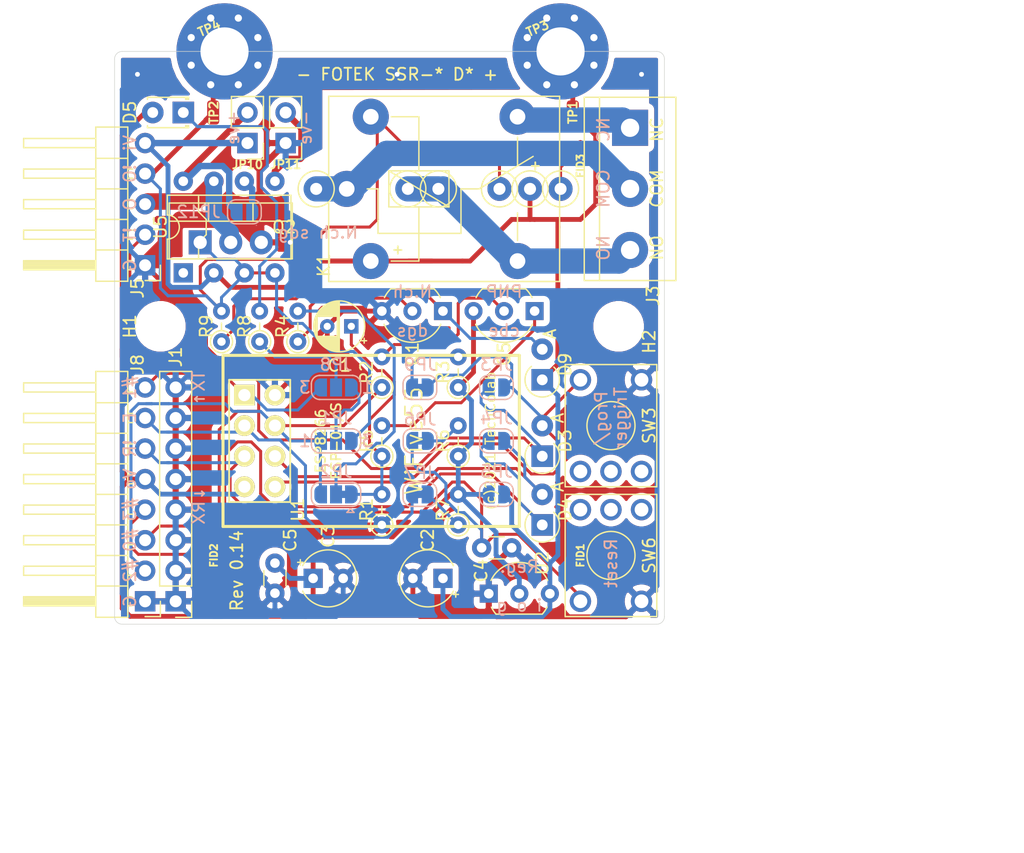
<source format=kicad_pcb>
(kicad_pcb (version 20171130) (host pcbnew "(5.1.6-0-10_14)")
  (title_block (title WiFive55) (date 2021-05-03) (rev 0.14) (company "(c)2021 Phill Rogers @ TechColab.co.je"))
  (layers (0 F.Cu signal) (31 B.Cu signal) (34 B.Paste user hide) (35 F.Paste user hide) (36 B.SilkS user) (37 F.SilkS user) (38 B.Mask user hide) (39 F.Mask user hide) (44 Edge.Cuts user))
  (net 0 "")
  (net 1 +3V3)
  (net 2 GND)
  (net 3 "Net-(C1-Pad1)")
  (net 4 /GPIO1)
  (net 5 /GPIO2)
  (net 6 +VDC)
  (net 7 /!RESET)
  (net 8 /ENABLE)
  (net 9 /!OUT)
  (net 10 /NC)
  (net 11 "Net-(Q5-Pad2)")
  (net 12 "Net-(JP9-Pad1)")
  (net 13 "Net-(JP2-Pad2)")
  (net 14 "Net-(Q5-Pad1)")
  (net 15 "Net-(JP6-Pad1)")
  (net 16 "Net-(JP7-Pad1)")
  (net 17 "Net-(D5-Pad1)")
  (net 18 "Net-(JP8-Pad2)")
  (net 19 /!TRIGGER)
  (net 20 /GPIO3)
  (net 21 "Net-(JP11-Pad2)")
  (net 22 "Net-(U5-Pad1)")
  (net 23 /NO)
  (net 24 "Net-(JP12-Pad1)")
  (net 25 "Net-(D9-Pad2)")
  (net 26 /OUT)
  (net 27 "Net-(JP1-Pad2)")
  (net 28 "Net-(JP10-Pad2)")
  (net 29 /RX)
  (net 30 /GPIO0)
  (net 31 /COM)
  (net 32 "Net-(Q1-Pad2)")
  (module TestPoint:TestPoint_Loop_D1.80mm_Drill1.0mm_Beaded (layer F.Cu) (at 137.414 59.69)
    (fp_text reference " " (at 0.7 2.5) (layer F.SilkS))
    (fp_text value TestPoint_Loop_D1.80mm_Drill1.0mm_Beaded)
    (pad 1 thru_hole circle (at 0 0) (size 2 2) (drill 1) (layers *.Cu *.Mask))
  )
  (module TestPoint:TestPoint_Loop_D1.80mm_Drill1.0mm_Beaded (layer F.Cu) (at 134.874 59.69)
    (fp_text reference " " (at 0.7 2.5) (layer F.SilkS))
    (fp_text value TestPoint_Loop_D1.80mm_Drill1.0mm_Beaded)
    (pad 1 thru_hole circle (at 0 0) (size 2 2) (drill 1) (layers *.Cu *.Mask))
  )
  (module TestPoint:TestPoint_Loop_D1.80mm_Drill1.0mm_Beaded (layer F.Cu) (at 132.334 59.69)
    (fp_text reference " " (at 0.7 2.5) (layer F.SilkS))
    (fp_text value TestPoint_Loop_D1.80mm_Drill1.0mm_Beaded)
    (pad 1 thru_hole circle (at 0 0) (size 2 2) (drill 1) (layers *.Cu *.Mask))
  )
  (module TestPoint:TestPoint_Loop_D1.80mm_Drill1.0mm_Beaded (layer F.Cu) (at 127.254 59.69)
    (fp_text reference " " (at 0.7 2.5) (layer F.SilkS))
    (fp_text value TestPoint_Loop_D1.80mm_Drill1.0mm_Beaded)
    (pad 1 thru_hole circle (at 0 0) (size 2 2) (drill 1) (layers *.Cu *.Mask))
  )
  (module TestPoint:TestPoint_Loop_D1.80mm_Drill1.0mm_Beaded (layer F.Cu) (at 124.714 59.69)
    (fp_text reference " " (at 0.7 2.5) (layer F.SilkS))
    (fp_text value TestPoint_Loop_D1.80mm_Drill1.0mm_Beaded)
    (pad 1 thru_hole circle (at 0 0) (size 2 2) (drill 1) (layers *.Cu *.Mask))
  )
  (module TestPoint:TestPoint_Loop_D1.80mm_Drill1.0mm_Beaded (layer F.Cu) (at 117.094 59.69)
    (fp_text reference " " (at 0.7 2.5) (layer F.SilkS))
    (fp_text value TestPoint_Loop_D1.80mm_Drill1.0mm_Beaded)
    (pad 1 thru_hole circle (at 0 0) (size 2 2) (drill 1) (layers *.Cu *.Mask))
  )
  (module Capacitor_THT:CP_Radial_Tantal_D4.5mm_P2.50mm (layer F.Cu) (at 116.84 92.075)
    (fp_text reference C3 (at 1.25 -3.5 90) (layer F.SilkS))
    (fp_text value 10)
    (pad 2 thru_hole circle (at 2.5 0) (size 1.6 1.6) (drill 0.8) (layers *.Cu *.Mask) (net 2 GND))
    (pad 1 thru_hole rect (at 0 0) (size 1.6 1.6) (drill 0.8) (layers *.Cu *.Mask) (net 1 +3V3))
  )
  (module Capacitor_THT:CP_Radial_Tantal_D4.5mm_P2.50mm (layer F.Cu) (at 127.635 92.075 180)
    (fp_text reference C2 (at 1.27 3.175 90) (layer F.SilkS))
    (fp_text value 10)
    (pad 2 thru_hole circle (at 2.5 0 180) (size 1.6 1.6) (drill 0.8) (layers *.Cu *.Mask) (net 2 GND))
    (pad 1 thru_hole rect (at 0 0 180) (size 1.6 1.6) (drill 0.8) (layers *.Cu *.Mask) (net 6 +VDC))
  )
  (module Capacitor_THT:CP_Radial_D4.0mm_P2.00mm (layer F.Cu) (at 120.015 71.12 180)
    (fp_text reference C1 (at 1 -3.25) (layer F.SilkS))
    (fp_text value 4.7)
    (pad 2 thru_hole circle (at 2 0 180) (size 1.2 1.2) (drill 0.6) (layers *.Cu *.Mask) (net 2 GND))
    (pad 1 thru_hole rect (at 0 0 180) (size 1.2 1.2) (drill 0.6) (layers *.Cu *.Mask) (net 3 "Net-(C1-Pad1)"))
  )
  (module Resistor_THT:R_Axial_DIN0204_L3.6mm_D1.6mm_P2.54mm_Vertical (layer F.Cu) (at 115.57 72.39 90)
    (fp_text reference R4 (at 1.27 -1.27 90) (layer F.SilkS))
    (fp_text value 200)
    (pad 2 thru_hole oval (at 2.54 0 90) (size 1.4 1.4) (drill 0.7) (layers *.Cu *.Mask) (net 13 "Net-(JP2-Pad2)"))
    (pad 1 thru_hole circle (at 0 0 90) (size 1.4 1.4) (drill 0.7) (layers *.Cu *.Mask) (net 32 "Net-(Q1-Pad2)"))
  )
  (module MountingHole:MountingHole_4mm_Pad_Via (layer F.Cu) (at 137.414 48.26 22.5)
    (fp_text reference TP3 (at -1.030979 -2.489002 22.5) (layer F.SilkS) (effects (font (size 0.7 0.7))))
    (fp_text value VIN+)
    (pad 1 thru_hole circle (at 2.12132 -2.12132 22.5) (size 0.9 0.9) (drill 0.6) (layers *.Cu *.Mask) (net 6 +VDC))
    (pad 1 thru_hole circle (at 0 -3 22.5) (size 0.9 0.9) (drill 0.6) (layers *.Cu *.Mask) (net 6 +VDC))
    (pad 1 thru_hole circle (at -2.12132 -2.12132 22.5) (size 0.9 0.9) (drill 0.6) (layers *.Cu *.Mask) (net 6 +VDC))
    (pad 1 thru_hole circle (at -3 0 22.5) (size 0.9 0.9) (drill 0.6) (layers *.Cu *.Mask) (net 6 +VDC))
    (pad 1 thru_hole circle (at -2.12132 2.12132 22.5) (size 0.9 0.9) (drill 0.6) (layers *.Cu *.Mask) (net 6 +VDC))
    (pad 1 thru_hole circle (at 0 3 22.5) (size 0.9 0.9) (drill 0.6) (layers *.Cu *.Mask) (net 6 +VDC))
    (pad 1 thru_hole circle (at 2.12132 2.12132 22.5) (size 0.9 0.9) (drill 0.6) (layers *.Cu *.Mask) (net 6 +VDC))
    (pad 1 thru_hole circle (at 3 0 22.5) (size 0.9 0.9) (drill 0.6) (layers *.Cu *.Mask) (net 6 +VDC))
    (pad 1 thru_hole circle (at 0 0 22.5) (size 8 8) (drill 4) (layers *.Cu *.Mask) (net 6 +VDC))
  )
  (module MountingHole:MountingHole_4mm_Pad_Via (layer F.Cu) (at 109.474 48.26 22.5)
    (fp_text reference TP4 (at -0.444315 -2.245998 22.5) (layer F.SilkS) (effects (font (size 0.7 0.7))))
    (fp_text value !OUT-)
    (pad 1 thru_hole circle (at 2.12132 -2.12132 22.5) (size 0.9 0.9) (drill 0.6) (layers *.Cu *.Mask) (net 9 /!OUT))
    (pad 1 thru_hole circle (at 0 -3 22.5) (size 0.9 0.9) (drill 0.6) (layers *.Cu *.Mask) (net 9 /!OUT))
    (pad 1 thru_hole circle (at -2.12132 -2.12132 22.5) (size 0.9 0.9) (drill 0.6) (layers *.Cu *.Mask) (net 9 /!OUT))
    (pad 1 thru_hole circle (at -3 0 22.5) (size 0.9 0.9) (drill 0.6) (layers *.Cu *.Mask) (net 9 /!OUT))
    (pad 1 thru_hole circle (at -2.12132 2.12132 22.5) (size 0.9 0.9) (drill 0.6) (layers *.Cu *.Mask) (net 9 /!OUT))
    (pad 1 thru_hole circle (at 0 3 22.5) (size 0.9 0.9) (drill 0.6) (layers *.Cu *.Mask) (net 9 /!OUT))
    (pad 1 thru_hole circle (at 2.12132 2.12132 22.5) (size 0.9 0.9) (drill 0.6) (layers *.Cu *.Mask) (net 9 /!OUT))
    (pad 1 thru_hole circle (at 3 0 22.5) (size 0.9 0.9) (drill 0.6) (layers *.Cu *.Mask) (net 9 /!OUT))
    (pad 1 thru_hole circle (at 0 0 22.5) (size 8 8) (drill 4) (layers *.Cu *.Mask) (net 9 /!OUT))
  )
  (module Connector_Wire:SolderWirePad_1x01_SMD_1x2mm (layer F.Cu) (at 108.585 53.34 180)
    (fp_text reference TP2 (at 0 0 270) (layer F.SilkS) (effects (font (size 0.7 0.7))))
    (fp_text value !OUT-)
    (pad 1 smd roundrect (at 0.055 0 180) (size 1 2) (layers F.Cu F.Paste F.Mask) (net 9 /!OUT))
  )
  (module Connector_Wire:SolderWirePad_1x01_SMD_1x2mm (layer F.Cu) (at 138.43 53.34 180)
    (fp_text reference TP1 (at 0 0 270) (layer F.SilkS) (effects (font (size 0.7 0.7))))
    (fp_text value VIN+)
    (pad 1 smd roundrect (at 0 0 180) (size 1 2) (layers F.Cu F.Paste F.Mask) (net 6 +VDC))
  )
  (module Package_TO_SOT_THT:TO-220-3_Vertical (layer F.Cu) (at 107.45 64.135)
    (fp_text reference Q2 (at 6.985 -1.27) (layer F.SilkS))
    (fp_text value IRF540N)
    (pad 3 thru_hole oval (at 5.08 0) (size 1.905 2) (drill 1.1) (layers *.Cu *.Mask) (net 2 GND))
    (pad 2 thru_hole oval (at 2.54 0) (size 1.905 2) (drill 1.1) (layers *.Cu *.Mask) (net 26 /OUT))
    (pad 1 thru_hole rect (at 0 0) (size 1.905 2) (drill 1.1) (layers *.Cu *.Mask) (net 9 /!OUT))
  )
  (module Package_TO_SOT_THT:TO-92_Inline_Wide (layer F.Cu) (at 135.255 69.85 180)
    (fp_text reference Q5 (at 2.54 -3.56 90) (layer F.SilkS))
    (fp_text value BC557)
    (pad 1 thru_hole rect (at 0 0 270) (size 1.5 1.5) (drill 0.8) (layers *.Cu *.Mask) (net 14 "Net-(Q5-Pad1)"))
    (pad 3 thru_hole circle (at 5.08 0 270) (size 1.5 1.5) (drill 0.8) (layers *.Cu *.Mask) (net 1 +3V3))
    (pad 2 thru_hole circle (at 2.54 0 270) (size 1.5 1.5) (drill 0.8) (layers *.Cu *.Mask) (net 11 "Net-(Q5-Pad2)"))
  )
  (module Package_TO_SOT_THT:TO-92_Inline_Wide (layer F.Cu) (at 127.635 69.85 180)
    (fp_text reference Q1 (at 2.54 -3.56 90) (layer F.SilkS))
    (fp_text value BS170)
    (pad 1 thru_hole rect (at 0 0 270) (size 1.5 1.5) (drill 0.8) (layers *.Cu *.Mask) (net 25 "Net-(D9-Pad2)"))
    (pad 3 thru_hole circle (at 5.08 0 270) (size 1.5 1.5) (drill 0.8) (layers *.Cu *.Mask) (net 2 GND))
    (pad 2 thru_hole circle (at 2.54 0 270) (size 1.5 1.5) (drill 0.8) (layers *.Cu *.Mask) (net 32 "Net-(Q1-Pad2)"))
  )
  (module Jumper:SolderJumper-2_P1.3mm_Open_RoundedPad1.0x1.5mm (layer B.Cu) (at 111.125 61.595 180)
    (fp_text reference JP12 (at 3.81 0 180) (layer B.SilkS) (effects (justify mirror)))
    (fp_text value 6-pin)
    (pad 2 smd custom (at 0.65 0 180) (size 1 0.5) (layers B.Cu B.Mask) (net 28 "Net-(JP10-Pad2)") (options (clearance outline) (anchor rect)) (primitives (gr_circle (center 0 -0.25) (end 0.5 -0.25) (width 0)) (gr_circle (center 0 0.25) (end 0.5 0.25) (width 0)) (gr_poly (pts (xy 0 0.75) (xy -0.5 0.75) (xy -0.5 -0.75) (xy 0 -0.75)) (width 0))))
    (pad 1 smd custom (at -0.65 0 180) (size 1 0.5) (layers B.Cu B.Mask) (net 24 "Net-(JP12-Pad1)") (options (clearance outline) (anchor rect)) (primitives (gr_circle (center 0 -0.25) (end 0.5 -0.25) (width 0)) (gr_circle (center 0 0.25) (end 0.5 0.25) (width 0)) (gr_poly (pts (xy 0 0.75) (xy 0.5 0.75) (xy 0.5 -0.75) (xy 0 -0.75)) (width 0))))
  )
  (module Connector_PinHeader_2.54mm:PinHeader_1x02_P2.54mm_Vertical (layer F.Cu) (at 111.379 55.88 180)
    (fp_text reference JP10 (at 0 -1.785 180) (layer F.SilkS) (effects (font (size 0.7 0.7))))
    (fp_text value Vin)
    (pad 2 thru_hole oval (at 0 2.54 180) (size 1.7 1.7) (drill 1) (layers *.Cu *.Mask) (net 28 "Net-(JP10-Pad2)"))
    (pad 1 thru_hole rect (at 0 0 180) (size 1.7 1.7) (drill 1) (layers *.Cu *.Mask) (net 6 +VDC))
  )
  (module Connector_PinHeader_2.54mm:PinHeader_1x02_P2.54mm_Vertical (layer F.Cu) (at 114.554 55.88 180)
    (fp_text reference JP11 (at 0 -1.785 180) (layer F.SilkS) (effects (font (size 0.7 0.7))))
    (fp_text value GND)
    (pad 2 thru_hole oval (at 0 2.54 180) (size 1.7 1.7) (drill 1) (layers *.Cu *.Mask) (net 21 "Net-(JP11-Pad2)"))
    (pad 1 thru_hole rect (at 0 0 180) (size 1.7 1.7) (drill 1) (layers *.Cu *.Mask) (net 2 GND))
  )
  (module Resistor_THT:R_Axial_DIN0204_L3.6mm_D1.6mm_P2.54mm_Vertical (layer F.Cu) (at 122.555 87.63 90)
    (fp_text reference R1 (at 1.27 -1.27 90) (layer F.SilkS))
    (fp_text value 51k)
    (pad 2 thru_hole oval (at 2.54 0 90) (size 1.4 1.4) (drill 0.7) (layers *.Cu *.Mask) (net 3 "Net-(C1-Pad1)"))
    (pad 1 thru_hole circle (at 0 0 90) (size 1.4 1.4) (drill 0.7) (layers *.Cu *.Mask) (net 2 GND))
  )
  (module Resistor_THT:R_Axial_DIN0204_L3.6mm_D1.6mm_P2.54mm_Vertical (layer F.Cu) (at 122.555 76.2 90)
    (fp_text reference R2 (at 1.27 -1.27 90) (layer F.SilkS))
    (fp_text value 10k)
    (pad 2 thru_hole oval (at 2.54 0 90) (size 1.4 1.4) (drill 0.7) (layers *.Cu *.Mask) (net 11 "Net-(Q5-Pad2)"))
    (pad 1 thru_hole circle (at 0 0 90) (size 1.4 1.4) (drill 0.7) (layers *.Cu *.Mask) (net 5 /GPIO2))
  )
  (module Resistor_THT:R_Axial_DIN0204_L3.6mm_D1.6mm_P2.54mm_Vertical (layer F.Cu) (at 128.905 76.2 90)
    (fp_text reference R3 (at 1.27 -1.27 90) (layer F.SilkS))
    (fp_text value 10k)
    (pad 2 thru_hole oval (at 2.54 0 90) (size 1.4 1.4) (drill 0.7) (layers *.Cu *.Mask) (net 12 "Net-(JP9-Pad1)"))
    (pad 1 thru_hole circle (at 0 0 90) (size 1.4 1.4) (drill 0.7) (layers *.Cu *.Mask) (net 1 +3V3))
  )
  (module Resistor_THT:R_Axial_DIN0204_L3.6mm_D1.6mm_P2.54mm_Vertical (layer F.Cu) (at 128.905 81.915 90)
    (fp_text reference R6 (at 1.27 -1.27 90) (layer F.SilkS))
    (fp_text value 10k)
    (pad 2 thru_hole oval (at 2.54 0 90) (size 1.4 1.4) (drill 0.7) (layers *.Cu *.Mask) (net 15 "Net-(JP6-Pad1)"))
    (pad 1 thru_hole circle (at 0 0 90) (size 1.4 1.4) (drill 0.7) (layers *.Cu *.Mask) (net 1 +3V3))
  )
  (module Resistor_THT:R_Axial_DIN0204_L3.6mm_D1.6mm_P2.54mm_Vertical (layer F.Cu) (at 128.905 87.63 90)
    (fp_text reference R7 (at 1.27 -1.27 90) (layer F.SilkS))
    (fp_text value 10k)
    (pad 2 thru_hole oval (at 2.54 0 90) (size 1.4 1.4) (drill 0.7) (layers *.Cu *.Mask) (net 1 +3V3))
    (pad 1 thru_hole circle (at 0 0 90) (size 1.4 1.4) (drill 0.7) (layers *.Cu *.Mask) (net 16 "Net-(JP7-Pad1)"))
  )
  (module Resistor_THT:R_Axial_DIN0204_L3.6mm_D1.6mm_P2.54mm_Vertical (layer F.Cu) (at 112.395 72.39 90)
    (fp_text reference R8 (at 1.27 -1.27 90) (layer F.SilkS))
    (fp_text value 470)
    (pad 2 thru_hole oval (at 2.54 0 90) (size 1.4 1.4) (drill 0.7) (layers *.Cu *.Mask) (net 17 "Net-(D5-Pad1)"))
    (pad 1 thru_hole circle (at 0 0 90) (size 1.4 1.4) (drill 0.7) (layers *.Cu *.Mask) (net 18 "Net-(JP8-Pad2)"))
  )
  (module Resistor_THT:R_Axial_DIN0204_L3.6mm_D1.6mm_P2.54mm_Vertical (layer F.Cu) (at 122.555 81.915 90)
    (fp_text reference R5 (at 1.27 -1.27 90) (layer F.SilkS))
    (fp_text value 8k2)
    (pad 2 thru_hole oval (at 2.54 0 90) (size 1.4 1.4) (drill 0.7) (layers *.Cu *.Mask) (net 14 "Net-(Q5-Pad1)"))
    (pad 1 thru_hole circle (at 0 0 90) (size 1.4 1.4) (drill 0.7) (layers *.Cu *.Mask) (net 3 "Net-(C1-Pad1)"))
  )
  (module Resistor_THT:R_Axial_DIN0204_L3.6mm_D1.6mm_P2.54mm_Vertical (layer F.Cu) (at 109.22 72.39 90)
    (fp_text reference R9 (at 1.27 -1.27 90) (layer F.SilkS))
    (fp_text value *)
    (pad 2 thru_hole oval (at 2.54 0 90) (size 1.4 1.4) (drill 0.7) (layers *.Cu *.Mask) (net 9 /!OUT))
    (pad 1 thru_hole circle (at 0 0 90) (size 1.4 1.4) (drill 0.7) (layers *.Cu *.Mask) (net 25 "Net-(D9-Pad2)"))
  )
  (module Jumper:SolderJumper-2_P1.3mm_Bridged_RoundedPad1.0x1.5mm (layer B.Cu) (at 125.715 76.2)
    (fp_text reference JP9 (at 0.015 -1.905) (layer B.SilkS) (effects (justify mirror)))
    (fp_text value Prg)
    (fp_poly (pts (xy 0.25 0.3) (xy -0.25 0.3) (xy -0.25 -0.3) (xy 0.25 -0.3)) (layer B.Cu) (width 0))
    (pad 1 smd custom (at -0.65 0) (size 1 0.5) (layers B.Cu B.Mask) (net 12 "Net-(JP9-Pad1)") (options (clearance outline) (anchor rect)) (primitives (gr_circle (center 0 -0.25) (end 0.5 -0.25) (width 0)) (gr_circle (center 0 0.25) (end 0.5 0.25) (width 0)) (gr_poly (pts (xy 0 0.75) (xy 0.5 0.75) (xy 0.5 -0.75) (xy 0 -0.75)) (width 0))))
    (pad 2 smd custom (at 0.65 0) (size 1 0.5) (layers B.Cu B.Mask) (net 30 /GPIO0) (options (clearance outline) (anchor rect)) (primitives (gr_circle (center 0 -0.25) (end 0.5 -0.25) (width 0)) (gr_circle (center 0 0.25) (end 0.5 0.25) (width 0)) (gr_poly (pts (xy 0 0.75) (xy -0.5 0.75) (xy -0.5 -0.75) (xy 0 -0.75)) (width 0))))
  )
  (module Jumper:SolderJumper-2_P1.3mm_Bridged_RoundedPad1.0x1.5mm (layer B.Cu) (at 125.715 85.09 180)
    (fp_text reference JP7 (at 0 1.8) (layer B.SilkS) (effects (justify mirror)))
    (fp_text value Ena)
    (fp_poly (pts (xy 0.25 0.3) (xy -0.25 0.3) (xy -0.25 -0.3) (xy 0.25 -0.3)) (layer B.Cu) (width 0))
    (pad 1 smd custom (at -0.65 0 180) (size 1 0.5) (layers B.Cu B.Mask) (net 16 "Net-(JP7-Pad1)") (options (clearance outline) (anchor rect)) (primitives (gr_circle (center 0 -0.25) (end 0.5 -0.25) (width 0)) (gr_circle (center 0 0.25) (end 0.5 0.25) (width 0)) (gr_poly (pts (xy 0 0.75) (xy 0.5 0.75) (xy 0.5 -0.75) (xy 0 -0.75)) (width 0))))
    (pad 2 smd custom (at 0.65 0 180) (size 1 0.5) (layers B.Cu B.Mask) (net 8 /ENABLE) (options (clearance outline) (anchor rect)) (primitives (gr_circle (center 0 -0.25) (end 0.5 -0.25) (width 0)) (gr_circle (center 0 0.25) (end 0.5 0.25) (width 0)) (gr_poly (pts (xy 0 0.75) (xy -0.5 0.75) (xy -0.5 -0.75) (xy 0 -0.75)) (width 0))))
  )
  (module Jumper:SolderJumper-2_P1.3mm_Bridged_RoundedPad1.0x1.5mm (layer B.Cu) (at 125.73 80.645 180)
    (fp_text reference JP6 (at 0 1.8) (layer B.SilkS) (effects (justify mirror)))
    (fp_text value Rst)
    (fp_poly (pts (xy 0.25 0.3) (xy -0.25 0.3) (xy -0.25 -0.3) (xy 0.25 -0.3)) (layer B.Cu) (width 0))
    (pad 1 smd custom (at -0.65 0 180) (size 1 0.5) (layers B.Cu B.Mask) (net 15 "Net-(JP6-Pad1)") (options (clearance outline) (anchor rect)) (primitives (gr_circle (center 0 -0.25) (end 0.5 -0.25) (width 0)) (gr_circle (center 0 0.25) (end 0.5 0.25) (width 0)) (gr_poly (pts (xy 0 0.75) (xy 0.5 0.75) (xy 0.5 -0.75) (xy 0 -0.75)) (width 0))))
    (pad 2 smd custom (at 0.65 0 180) (size 1 0.5) (layers B.Cu B.Mask) (net 7 /!RESET) (options (clearance outline) (anchor rect)) (primitives (gr_circle (center 0 -0.25) (end 0.5 -0.25) (width 0)) (gr_circle (center 0 0.25) (end 0.5 0.25) (width 0)) (gr_poly (pts (xy 0 0.75) (xy -0.5 0.75) (xy -0.5 -0.75) (xy 0 -0.75)) (width 0))))
  )
  (module Fiducial:Fiducial_0.5mm_Mask1mm (layer F.Cu) (at 139.065 55.88 90)
    (fp_text reference FID3 (at -1.905 0 270) (layer F.SilkS) (effects (font (size 0.6 0.6))))
    (fp_text value Fiducial)
    (pad "" smd circle (at 0 0 90) (size 0.5 0.5) (layers F.Cu F.Mask) (clearance 0.25))
  )
  (module Fiducial:Fiducial_0.5mm_Mask1mm (layer F.Cu) (at 108.585 92.075 90)
    (fp_text reference FID2 (at 1.905 0 90) (layer F.SilkS) (effects (font (size 0.6 0.6))))
    (fp_text value Fiducial)
    (pad "" smd circle (at 0 0 90) (size 0.5 0.5) (layers F.Cu F.Mask) (clearance 0.25))
  )
  (module Fiducial:Fiducial_0.5mm_Mask1mm (layer F.Cu) (at 139.065 92.075 90)
    (fp_text reference FID1 (at 1.905 0 90) (layer F.SilkS) (effects (font (size 0.6 0.6))))
    (fp_text value Fiducial)
    (pad "" smd circle (at 0 0 90) (size 0.5 0.5) (layers F.Cu F.Mask) (clearance 0.25))
  )
  (module Package_TO_SOT_THT:TO-92L_Inline_Wide (layer F.Cu) (at 131.445 93.345)
    (fp_text reference U2 (at 4.445 -2.54 90) (layer F.SilkS))
    (fp_text value "3.3Vdc 1A reg")
    (pad 1 thru_hole rect (at 0 0 90) (size 1.5 1.5) (drill 0.8) (layers *.Cu *.Mask) (net 2 GND))
    (pad 3 thru_hole circle (at 5.08 0 90) (size 1.5 1.5) (drill 0.8) (layers *.Cu *.Mask) (net 6 +VDC))
    (pad 2 thru_hole circle (at 2.54 0 90) (size 1.5 1.5) (drill 0.8) (layers *.Cu *.Mask) (net 1 +3V3))
  )
  (module Jumper:SolderJumper-2_P1.3mm_Open_RoundedPad1.0x1.5mm (layer B.Cu) (at 132.08 80.645)
    (fp_text reference JP4 (at 0 -1.905 180) (layer B.SilkS) (effects (justify mirror)))
    (fp_text value "Schottky bypass")
    (pad 2 smd custom (at 0.65 0) (size 1 0.5) (layers B.Cu B.Mask) (net 20 /GPIO3) (options (clearance outline) (anchor rect)) (primitives (gr_circle (center 0 -0.25) (end 0.5 -0.25) (width 0)) (gr_circle (center 0 0.25) (end 0.5 0.25) (width 0)) (gr_poly (pts (xy 0 0.75) (xy -0.5 0.75) (xy -0.5 -0.75) (xy 0 -0.75)) (width 0))))
    (pad 1 smd custom (at -0.65 0) (size 1 0.5) (layers B.Cu B.Mask) (net 29 /RX) (options (clearance outline) (anchor rect)) (primitives (gr_circle (center 0 -0.25) (end 0.5 -0.25) (width 0)) (gr_circle (center 0 0.25) (end 0.5 0.25) (width 0)) (gr_poly (pts (xy 0 0.75) (xy 0.5 0.75) (xy 0.5 -0.75) (xy 0 -0.75)) (width 0))))
  )
  (module Jumper:SolderJumper-2_P1.3mm_Open_RoundedPad1.0x1.5mm (layer B.Cu) (at 132.08 76.2)
    (fp_text reference JP3 (at 0 -1.905 180) (layer B.SilkS) (effects (justify mirror)))
    (fp_text value "Schottky bypass")
    (pad 2 smd custom (at 0.65 0) (size 1 0.5) (layers B.Cu B.Mask) (net 30 /GPIO0) (options (clearance outline) (anchor rect)) (primitives (gr_circle (center 0 -0.25) (end 0.5 -0.25) (width 0)) (gr_circle (center 0 0.25) (end 0.5 0.25) (width 0)) (gr_poly (pts (xy 0 0.75) (xy -0.5 0.75) (xy -0.5 -0.75) (xy 0 -0.75)) (width 0))))
    (pad 1 smd custom (at -0.65 0) (size 1 0.5) (layers B.Cu B.Mask) (net 19 /!TRIGGER) (options (clearance outline) (anchor rect)) (primitives (gr_circle (center 0 -0.25) (end 0.5 -0.25) (width 0)) (gr_circle (center 0 0.25) (end 0.5 0.25) (width 0)) (gr_poly (pts (xy 0 0.75) (xy 0.5 0.75) (xy 0.5 -0.75) (xy 0 -0.75)) (width 0))))
  )
  (module Connector_PinHeader_2.54mm:PinHeader_1x08_P2.54mm_Vertical (layer F.Cu) (at 105.41 93.98 180)
    (fp_text reference J1 (at 0 20.32 270) (layer F.SilkS))
    (fp_text value Grounds)
    (pad 8 thru_hole oval (at 0 17.78 180) (size 1.7 1.7) (drill 1) (layers *.Cu *.Mask) (net 2 GND))
    (pad 7 thru_hole oval (at 0 15.24 180) (size 1.7 1.7) (drill 1) (layers *.Cu *.Mask) (net 2 GND))
    (pad 6 thru_hole oval (at 0 12.7 180) (size 1.7 1.7) (drill 1) (layers *.Cu *.Mask) (net 2 GND))
    (pad 5 thru_hole oval (at 0 10.16 180) (size 1.7 1.7) (drill 1) (layers *.Cu *.Mask) (net 2 GND))
    (pad 4 thru_hole oval (at 0 7.62 180) (size 1.7 1.7) (drill 1) (layers *.Cu *.Mask) (net 2 GND))
    (pad 3 thru_hole oval (at 0 5.08 180) (size 1.7 1.7) (drill 1) (layers *.Cu *.Mask) (net 2 GND))
    (pad 2 thru_hole oval (at 0 2.54 180) (size 1.7 1.7) (drill 1) (layers *.Cu *.Mask) (net 2 GND))
    (pad 1 thru_hole rect (at 0 0 180) (size 1.7 1.7) (drill 1) (layers *.Cu *.Mask) (net 2 GND))
  )
  (module Connector_PinHeader_2.54mm:PinHeader_1x08_P2.54mm_Horizontal (layer F.Cu) (at 102.87 93.98 180)
    (fp_text reference J8 (at 0.635 19.685 270) (layer F.SilkS))
    (fp_text value Breadboard)
    (pad 8 thru_hole oval (at 0 17.78 180) (size 1.7 1.7) (drill 1) (layers *.Cu *.Mask) (net 4 /GPIO1))
    (pad 7 thru_hole oval (at 0 15.24 180) (size 1.7 1.7) (drill 1) (layers *.Cu *.Mask) (net 8 /ENABLE))
    (pad 6 thru_hole oval (at 0 12.7 180) (size 1.7 1.7) (drill 1) (layers *.Cu *.Mask) (net 7 /!RESET))
    (pad 5 thru_hole oval (at 0 10.16 180) (size 1.7 1.7) (drill 1) (layers *.Cu *.Mask) (net 1 +3V3))
    (pad 4 thru_hole oval (at 0 7.62 180) (size 1.7 1.7) (drill 1) (layers *.Cu *.Mask) (net 29 /RX))
    (pad 3 thru_hole oval (at 0 5.08 180) (size 1.7 1.7) (drill 1) (layers *.Cu *.Mask) (net 19 /!TRIGGER))
    (pad 2 thru_hole oval (at 0 2.54 180) (size 1.7 1.7) (drill 1) (layers *.Cu *.Mask) (net 5 /GPIO2))
    (pad 1 thru_hole rect (at 0 0 180) (size 1.7 1.7) (drill 1) (layers *.Cu *.Mask) (net 2 GND))
  )
  (module Connector_PinHeader_2.54mm:PinHeader_1x05_P2.54mm_Horizontal (layer F.Cu) (at 102.87 66.04 180)
    (fp_text reference J5 (at 0.635 -1.905 270) (layer F.SilkS))
    (fp_text value 555-esque)
    (pad 5 thru_hole oval (at 0 10.16 180) (size 1.7 1.7) (drill 1) (layers *.Cu *.Mask) (net 6 +VDC))
    (pad 4 thru_hole oval (at 0 7.62 180) (size 1.7 1.7) (drill 1) (layers *.Cu *.Mask) (net 9 /!OUT))
    (pad 3 thru_hole oval (at 0 5.08 180) (size 1.7 1.7) (drill 1) (layers *.Cu *.Mask) (net 26 /OUT))
    (pad 2 thru_hole oval (at 0 2.54 180) (size 1.7 1.7) (drill 1) (layers *.Cu *.Mask) (net 19 /!TRIGGER))
    (pad 1 thru_hole rect (at 0 0 180) (size 1.7 1.7) (drill 1) (layers *.Cu *.Mask) (net 2 GND))
  )
  (module ESP8266:ESP-01 (layer F.Cu) (at 111.125 76.835)
    (fp_text reference U1 (at 4.445 9.525 270) (layer F.SilkS))
    (fp_text value ESP-01/S)
    (pad 4 thru_hole oval (at 2.54 7.62) (size 1.7272 1.7272) (drill 1.016) (layers *.Cu *.Mask F.SilkS) (net 20 /GPIO3))
    (pad 5 thru_hole oval (at 0 7.62) (size 1.7272 1.7272) (drill 1.016) (layers *.Cu *.Mask F.SilkS) (net 1 +3V3))
    (pad 3 thru_hole oval (at 2.54 5.08) (size 1.7272 1.7272) (drill 1.016) (layers *.Cu *.Mask F.SilkS) (net 30 /GPIO0))
    (pad 6 thru_hole oval (at 0 5.08) (size 1.7272 1.7272) (drill 1.016) (layers *.Cu *.Mask F.SilkS) (net 7 /!RESET))
    (pad 2 thru_hole oval (at 2.54 2.54) (size 1.7272 1.7272) (drill 1.016) (layers *.Cu *.Mask F.SilkS) (net 5 /GPIO2))
    (pad 7 thru_hole oval (at 0 2.54) (size 1.7272 1.7272) (drill 1.016) (layers *.Cu *.Mask F.SilkS) (net 8 /ENABLE))
    (pad 1 thru_hole oval (at 2.54 0) (size 1.7272 1.7272) (drill 1.016) (layers *.Cu *.Mask F.SilkS) (net 2 GND))
    (pad 8 thru_hole rect (at 0 0) (size 1.7272 1.7272) (drill 1.016) (layers *.Cu *.Mask F.SilkS) (net 4 /GPIO1))
  )
  (module MountingHole:MountingHole_3.2mm_M3 (layer F.Cu) (at 142.24 71.12 90)
    (fp_text reference H2 (at -1.27 2.54 90) (layer F.SilkS))
    (fp_text value MountingHole)
    (pad 1 np_thru_hole circle (at 0 0 90) (size 3.2 3.2) (drill 3.2) (layers *.Cu *.Mask))
  )
  (module MountingHole:MountingHole_3.2mm_M3 (layer F.Cu) (at 104.14 71.12 90)
    (fp_text reference H1 (at 0 -2.54 90) (layer F.SilkS))
    (fp_text value MountingHole)
    (pad 1 np_thru_hole circle (at 0 0 90) (size 3.2 3.2) (drill 3.2) (layers *.Cu *.Mask))
  )
  (module Capacitor_THT:C_Disc_D3.0mm_W1.6mm_P2.50mm (layer F.Cu) (at 113.665 90.805 270)
    (fp_text reference C5 (at -1.905 -1.27 90) (layer F.SilkS))
    (fp_text value 0.1)
    (pad 2 thru_hole circle (at 2.5 0 270) (size 1.6 1.6) (drill 0.8) (layers *.Cu *.Mask) (net 2 GND))
    (pad 1 thru_hole circle (at 0 0 270) (size 1.6 1.6) (drill 0.8) (layers *.Cu *.Mask) (net 1 +3V3))
  )
  (module Package_DIP:DIP-8_W7.62mm (layer F.Cu) (at 106.045 66.675 90)
    (fp_text reference U5 (at 3.81 -1.905 90) (layer F.SilkS))
    (fp_text value TLP250)
    (pad 8 thru_hole oval (at 7.62 0 90) (size 1.6 1.6) (drill 0.8) (layers *.Cu *.Mask) (net 28 "Net-(JP10-Pad2)"))
    (pad 4 thru_hole oval (at 0 7.62 90) (size 1.6 1.6) (drill 0.8) (layers *.Cu *.Mask) (net 9 /!OUT))
    (pad 7 thru_hole oval (at 7.62 2.54 90) (size 1.6 1.6) (drill 0.8) (layers *.Cu *.Mask) (net 26 /OUT))
    (pad 3 thru_hole oval (at 0 5.08 90) (size 1.6 1.6) (drill 0.8) (layers *.Cu *.Mask) (net 9 /!OUT))
    (pad 6 thru_hole oval (at 7.62 5.08 90) (size 1.6 1.6) (drill 0.8) (layers *.Cu *.Mask) (net 24 "Net-(JP12-Pad1)"))
    (pad 2 thru_hole oval (at 0 2.54 90) (size 1.6 1.6) (drill 0.8) (layers *.Cu *.Mask) (net 6 +VDC))
    (pad 5 thru_hole oval (at 7.62 7.62 90) (size 1.6 1.6) (drill 0.8) (layers *.Cu *.Mask) (net 21 "Net-(JP11-Pad2)"))
    (pad 1 thru_hole rect (at 0 0 90) (size 1.6 1.6) (drill 0.8) (layers *.Cu *.Mask) (net 22 "Net-(U5-Pad1)"))
  )
  (module Jumper:SolderJumper-3_P1.3mm_Bridged12_RoundedPad1.0x1.5mm (layer B.Cu) (at 118.745 85.09 180)
    (fp_text reference JP2 (at 0 1.905 180) (layer B.SilkS) (effects (justify mirror)))
    (fp_text value RC_bypass)
    (fp_poly (pts (xy -0.9 0.3) (xy -0.4 0.3) (xy -0.4 -0.3) (xy -0.9 -0.3)) (layer B.Cu) (width 0))
    (pad 1 smd custom (at -1.3 0 180) (size 1 0.5) (layers B.Cu B.Mask) (net 3 "Net-(C1-Pad1)") (options (clearance outline) (anchor rect)) (primitives (gr_circle (center 0 -0.25) (end 0.5 -0.25) (width 0)) (gr_circle (center 0 0.25) (end 0.5 0.25) (width 0)) (gr_poly (pts (xy 0.55 0.75) (xy 0 0.75) (xy 0 -0.75) (xy 0.55 -0.75)) (width 0))))
    (pad 2 smd rect (at 0 0 180) (size 1 1.5) (layers B.Cu B.Mask) (net 13 "Net-(JP2-Pad2)"))
    (pad 3 smd custom (at 1.3 0 180) (size 1 0.5) (layers B.Cu B.Mask) (net 5 /GPIO2) (options (clearance outline) (anchor rect)) (primitives (gr_circle (center 0 -0.25) (end 0.5 -0.25) (width 0)) (gr_circle (center 0 0.25) (end 0.5 0.25) (width 0)) (gr_poly (pts (xy -0.55 0.75) (xy 0 0.75) (xy 0 -0.75) (xy -0.55 -0.75)) (width 0))))
  )
  (module LED_THT:LED_D1.8mm_W3.3mm_H2.4mm (layer F.Cu) (at 106.045 53.34 180)
    (fp_text reference D5 (at 4.445 0 270) (layer F.SilkS))
    (fp_text value LED)
    (pad 2 thru_hole circle (at 2.54 0 180) (size 1.8 1.8) (drill 0.9) (layers *.Cu *.Mask) (net 1 +3V3))
    (pad 1 thru_hole rect (at 0 0 180) (size 1.8 1.8) (drill 0.9) (layers *.Cu *.Mask) (net 17 "Net-(D5-Pad1)"))
  )
  (module TerminalBlock:TerminalBlock_bornier-3_P5.08mm (layer F.Cu) (at 143.1925 54.61 270)
    (fp_text reference J3 (at 13.97 -1.905 90) (layer F.SilkS))
    (fp_text value "Switched Output")
    (pad 3 thru_hole circle (at 10.16 0 270) (size 3 3) (drill 1.52) (layers *.Cu *.Mask) (net 23 /NO))
    (pad 2 thru_hole circle (at 5.08 0 270) (size 3 3) (drill 1.52) (layers *.Cu *.Mask) (net 31 /COM))
    (pad 1 thru_hole rect (at 0 0 270) (size 3 3) (drill 1.52) (layers *.Cu *.Mask) (net 10 /NC))
  )
  (module Diode_THT:D_A-405_P2.54mm_Vertical_AnodeUp (layer F.Cu) (at 135.89 75.565 90)
    (fp_text reference D9 (at 1.27 1.905 270) (layer F.SilkS))
    (fp_text value 1N4148)
    (fp_text user A (at 3.81 0.635 90) (layer F.SilkS))
    (pad 2 thru_hole oval (at 2.54 0 90) (size 1.8 1.8) (drill 0.9) (layers *.Cu *.Mask) (net 25 "Net-(D9-Pad2)"))
    (pad 1 thru_hole rect (at 0 0 90) (size 1.8 1.8) (drill 0.9) (layers *.Cu *.Mask) (net 6 +VDC))
  )
  (module Diode_THT:D_A-405_P2.54mm_Vertical_AnodeUp (layer F.Cu) (at 135.89 87.63 90)
    (fp_text reference D4 (at 1.27 1.905 90) (layer F.SilkS))
    (fp_text value "1N5817 Schottky")
    (fp_text user A (at 3.175 1.27 90) (layer F.SilkS))
    (pad 2 thru_hole oval (at 2.54 0 90) (size 1.8 1.8) (drill 0.9) (layers *.Cu *.Mask) (net 20 /GPIO3))
    (pad 1 thru_hole rect (at 0 0 90) (size 1.8 1.8) (drill 0.9) (layers *.Cu *.Mask) (net 29 /RX))
  )
  (module Diode_THT:D_A-405_P2.54mm_Vertical_AnodeUp (layer F.Cu) (at 135.89 81.915 90)
    (fp_text reference D3 (at 1.27 1.905 90) (layer F.SilkS))
    (fp_text value "1N5817 Schottky")
    (fp_text user A (at 3.175 1.27 90) (layer F.SilkS))
    (pad 2 thru_hole oval (at 2.54 0 90) (size 1.8 1.8) (drill 0.9) (layers *.Cu *.Mask) (net 30 /GPIO0))
    (pad 1 thru_hole rect (at 0 0 90) (size 1.8 1.8) (drill 0.9) (layers *.Cu *.Mask) (net 19 /!TRIGGER))
  )
  (module Jumper:SolderJumper-3_P1.3mm_Open_RoundedPad1.0x1.5mm_NumberLabels (layer B.Cu) (at 118.745 80.645)
    (fp_text reference JP1 (at 0 -1.905 180) (layer B.SilkS) (effects (justify mirror)))
    (fp_text value H/L)
    (fp_text user 1 (at -2.6 0 180) (layer B.SilkS) (effects (justify mirror)))
    (fp_text user 3 (at 2.6 0 180) (layer B.SilkS) (effects (justify mirror)))
    (pad 2 smd rect (at 0 0) (size 1 1.5) (layers B.Cu B.Mask) (net 27 "Net-(JP1-Pad2)"))
    (pad 3 smd custom (at 1.3 0) (size 1 0.5) (layers B.Cu B.Mask) (net 9 /!OUT) (options (clearance outline) (anchor rect)) (primitives (gr_circle (center 0 -0.25) (end 0.5 -0.25) (width 0)) (gr_circle (center 0 0.25) (end 0.5 0.25) (width 0)) (gr_poly (pts (xy -0.55 0.75) (xy 0 0.75) (xy 0 -0.75) (xy -0.55 -0.75)) (width 0))))
    (pad 1 smd custom (at -1.3 0) (size 1 0.5) (layers B.Cu B.Mask) (net 5 /GPIO2) (options (clearance outline) (anchor rect)) (primitives (gr_circle (center 0 -0.25) (end 0.5 -0.25) (width 0)) (gr_circle (center 0 0.25) (end 0.5 0.25) (width 0)) (gr_poly (pts (xy 0.55 0.75) (xy 0 0.75) (xy 0 -0.75) (xy 0.55 -0.75)) (width 0))))
  )
  (module Jumper:SolderJumper-3_P1.3mm_Open_RoundedPad1.0x1.5mm_NumberLabels (layer B.Cu) (at 118.745 76.2 180)
    (fp_text reference JP8 (at 0 1.905 180) (layer B.SilkS) (effects (justify mirror)))
    (fp_text value S/-)
    (fp_text user 1 (at -2.6 0 180) (layer B.SilkS) (effects (justify mirror)))
    (fp_text user 3 (at 2.6 0 180) (layer B.SilkS) (effects (justify mirror)))
    (pad 2 smd rect (at 0 0 180) (size 1 1.5) (layers B.Cu B.Mask) (net 18 "Net-(JP8-Pad2)"))
    (pad 3 smd custom (at 1.3 0 180) (size 1 0.5) (layers B.Cu B.Mask) (net 4 /GPIO1) (options (clearance outline) (anchor rect)) (primitives (gr_circle (center 0 -0.25) (end 0.5 -0.25) (width 0)) (gr_circle (center 0 0.25) (end 0.5 0.25) (width 0)) (gr_poly (pts (xy -0.55 0.75) (xy 0 0.75) (xy 0 -0.75) (xy -0.55 -0.75)) (width 0))))
    (pad 1 smd custom (at -1.3 0 180) (size 1 0.5) (layers B.Cu B.Mask) (net 27 "Net-(JP1-Pad2)") (options (clearance outline) (anchor rect)) (primitives (gr_circle (center 0 -0.25) (end 0.5 -0.25) (width 0)) (gr_circle (center 0 0.25) (end 0.5 0.25) (width 0)) (gr_poly (pts (xy 0.55 0.75) (xy 0 0.75) (xy 0 -0.75) (xy 0.55 -0.75)) (width 0))))
  )
  (module Jumper:SolderJumper-2_P1.3mm_Open_RoundedPad1.0x1.5mm (layer B.Cu) (at 132.08 85.09 180)
    (fp_text reference JP5 (at 0 1.905 180) (layer B.SilkS) (effects (justify mirror)))
    (fp_text value Reg?)
    (pad 2 smd custom (at 0.65 0 180) (size 1 0.5) (layers B.Cu B.Mask) (net 1 +3V3) (options (clearance outline) (anchor rect)) (primitives (gr_circle (center 0 -0.25) (end 0.5 -0.25) (width 0)) (gr_circle (center 0 0.25) (end 0.5 0.25) (width 0)) (gr_poly (pts (xy 0 0.75) (xy -0.5 0.75) (xy -0.5 -0.75) (xy 0 -0.75)) (width 0))))
    (pad 1 smd custom (at -0.65 0 180) (size 1 0.5) (layers B.Cu B.Mask) (net 6 +VDC) (options (clearance outline) (anchor rect)) (primitives (gr_circle (center 0 -0.25) (end 0.5 -0.25) (width 0)) (gr_circle (center 0 0.25) (end 0.5 0.25) (width 0)) (gr_poly (pts (xy 0 0.75) (xy 0.5 0.75) (xy 0.5 -0.75) (xy 0 -0.75)) (width 0))))
  )
  (module Button_Switch_THT:KSA_Tactile_SPST (layer F.Cu) (at 144.145 93.98 180)
    (fp_text reference SW6 (at -0.635 3.81 270) (layer F.SilkS))
    (fp_text value RST)
    (pad 5 thru_hole circle (at 0 7.62 180) (size 1.778 1.778) (drill 1.143) (layers *.Cu *.Mask))
    (pad 4 thru_hole circle (at 2.54 7.62 180) (size 1.778 1.778) (drill 1.143) (layers *.Cu *.Mask))
    (pad 3 thru_hole circle (at 5.08 7.62 180) (size 1.778 1.778) (drill 1.143) (layers *.Cu *.Mask))
    (pad 2 thru_hole circle (at 5.08 0 180) (size 1.778 1.778) (drill 1.143) (layers *.Cu *.Mask) (net 7 /!RESET))
    (pad 1 thru_hole circle (at 0 0 180) (size 1.778 1.778) (drill 1.143) (layers *.Cu *.Mask) (net 2 GND))
  )
  (module Button_Switch_THT:KSA_Tactile_SPST (layer F.Cu) (at 139.065 75.565)
    (fp_text reference SW3 (at 5.715 3.81 270) (layer F.SilkS))
    (fp_text value PRG)
    (pad 5 thru_hole circle (at 0 7.62) (size 1.778 1.778) (drill 1.143) (layers *.Cu *.Mask))
    (pad 4 thru_hole circle (at 2.54 7.62) (size 1.778 1.778) (drill 1.143) (layers *.Cu *.Mask))
    (pad 3 thru_hole circle (at 5.08 7.62) (size 1.778 1.778) (drill 1.143) (layers *.Cu *.Mask))
    (pad 2 thru_hole circle (at 5.08 0) (size 1.778 1.778) (drill 1.143) (layers *.Cu *.Mask) (net 2 GND))
    (pad 1 thru_hole circle (at 0 0) (size 1.778 1.778) (drill 1.143) (layers *.Cu *.Mask) (net 30 /GPIO0))
  )
  (module Relay_THT:Relay_SPDT_Finder_36.11 (layer F.Cu) (at 119.634 59.69)
    (fp_text reference K1 (at -1.905 6.35 270) (layer F.SilkS))
    (fp_text value FINDER-36.11)
    (pad 11 thru_hole circle (at 0 0) (size 3 3) (drill 1.3) (layers *.Cu *.Mask) (net 31 /COM))
    (pad A2 thru_hole circle (at 2 -6) (size 3 3) (drill 1.3) (layers *.Cu *.Mask) (net 9 /!OUT))
    (pad 12 thru_hole circle (at 14.2 -6) (size 3 3) (drill 1.3) (layers *.Cu *.Mask) (net 10 /NC))
    (pad 14 thru_hole circle (at 14.2 6) (size 3 3) (drill 1.3) (layers *.Cu *.Mask) (net 23 /NO))
    (pad A1 thru_hole circle (at 2 6) (size 3 3) (drill 1.3) (layers *.Cu *.Mask) (net 6 +VDC))
  )
  (module Capacitor_THT:C_Disc_D3.0mm_W1.6mm_P2.50mm (layer F.Cu) (at 133.35 89.535 180)
    (fp_text reference C4 (at 2.54 -1.905 90) (layer F.SilkS))
    (fp_text value 0.1)
    (pad 2 thru_hole circle (at 2.5 0 180) (size 1.6 1.6) (drill 0.8) (layers *.Cu *.Mask) (net 7 /!RESET))
    (pad 1 thru_hole circle (at 0 0 180) (size 1.6 1.6) (drill 0.8) (layers *.Cu *.Mask) (net 2 GND))
  )
  (gr_text "N.ch sdg" (at 117.23878 63.31204) (layer B.SilkS) (effects (font (size 1 1)) (justify mirror)))
  (gr_text "- FOTEK SSR-* D* +" (at 123.825 50.165) (layer F.SilkS) (effects (font (size 1 1))))
  (gr_text "Reg.\n\ni o g" (at 133.985 92.71) (layer B.SilkS) (effects (font (size 1 1)) (justify mirror)))
  (gr_text + (at 135.255 57.785 -270) (layer F.SilkS) (effects (font (size 0.8 0.8))))
  (gr_text -ve (at 116.205 54.61 -270) (layer B.SilkS) (effects (font (size 1 1)) (justify mirror)))
  (gr_text +ve (at 110.19 54.61 -270) (layer B.SilkS) (effects (font (size 1 1)) (justify mirror)))
  (gr_text + (at 123.825 64.77 -270) (layer F.SilkS) (effects (font (size 0.8 0.8))))
  (gr_line (start 100.965 95.885) (end 145.415 95.885) (layer Edge.Cuts) (width 0.05))
  (gr_arc (start 145.415 95.25) (end 145.415 95.885) (angle -90) (layer Edge.Cuts) (width 0.05))
  (gr_arc (start 100.965 48.895) (end 100.965 48.26) (angle -90) (layer Edge.Cuts) (width 0.05))
  (gr_arc (start 100.965 95.25) (end 100.33 95.25) (angle -90) (layer Edge.Cuts) (width 0.05))
  (gr_arc (start 145.415 48.895) (end 146.05 48.895) (angle -90) (layer Edge.Cuts) (width 0.05))
  (gr_text "N.ch\n\ndgs" (at 125.095 69.85) (layer B.SilkS) (effects (font (size 1 1)) (justify mirror)))
  (gr_text "PNP\n\ncbe" (at 132.715 69.85) (layer B.SilkS) (effects (font (size 1 1)) (justify mirror)))
  (gr_text TX↑ (at 107.315 76.3 -270) (layer B.SilkS) (effects (font (size 1 1)) (justify mirror)))
  (gr_text ↓RX (at 107.315 86 -270) (layer B.SilkS) (effects (font (size 1 1)) (justify mirror)))
  (gr_text Vi (at 101.6 55.88 -270) (layer B.SilkS) (effects (font (size 1 1)) (justify mirror)))
  (gr_text !O (at 101.6 58.42 -270) (layer B.SilkS) (effects (font (size 1 1)) (justify mirror)))
  (gr_text O (at 101.6 60.96 -270) (layer B.SilkS) (effects (font (size 1 1)) (justify mirror)))
  (gr_text !T (at 101.6 63.5 -270) (layer B.SilkS) (effects (font (size 1 1)) (justify mirror)))
  (gr_text G (at 101.6 66.04 -270) (layer B.SilkS) (effects (font (size 1 1)) (justify mirror)))
  (gr_text "#1" (at 101.6 76.2 -270) (layer B.SilkS) (effects (font (size 1 1)) (justify mirror)))
  (gr_text E (at 101.6 78.74 -270) (layer B.SilkS) (effects (font (size 1 1)) (justify mirror)))
  (gr_text !R (at 101.6 81.28 -270) (layer B.SilkS) (effects (font (size 1 1)) (justify mirror)))
  (gr_text Vo (at 101.6 83.82 -270) (layer B.SilkS) (effects (font (size 1 1)) (justify mirror)))
  (gr_text "#3" (at 101.6 86.36 -270) (layer B.SilkS) (effects (font (size 1 1)) (justify mirror)))
  (gr_text "#0" (at 101.6 88.9 -270) (layer B.SilkS) (effects (font (size 1 1)) (justify mirror)))
  (gr_text "#2" (at 101.6 91.44 -270) (layer B.SilkS) (effects (font (size 1 1)) (justify mirror)))
  (gr_text G (at 101.6 93.98 -270) (layer B.SilkS) (effects (font (size 1 1)) (justify mirror)))
  (gr_text "NO   COM   NC" (at 145.415 59.69 -270) (layer F.SilkS) (effects (font (size 1 1))))
  (gr_text "Prog/\nTrigger" (at 141.605 78.74 -270) (layer B.SilkS) (effects (font (size 1 1)) (justify mirror)))
  (gr_text Reset (at 141.605 90.805 -270) (layer B.SilkS) (effects (font (size 1 1)) (justify mirror)))
  (gr_text "NC   COM   NO" (at 140.97 59.69 -270) (layer B.SilkS) (effects (font (size 1 1)) (justify mirror)))
  (gr_text "Rev 0.14" (at 110.49 91.44 -270) (layer F.SilkS) (effects (font (size 1 1))))
  (gr_text "(c)2021 TechColab" (at 131.58 80.645 -270) (layer F.SilkS) (effects (font (size 0.8 0.8) (thickness 0.12))))
  (gr_text WiFive55 (at 125.23 80.645 -270) (layer F.SilkS) (effects (font (size 1.4 1.4))))
  (gr_line (start 107.315 61.595) (end 107.315 60.325) (layer F.SilkS) (width 0.12))
  (gr_line (start 107.95 62.23) (end 107.315 61.595) (layer F.SilkS) (width 0.12))
  (gr_line (start 107.95 63.5) (end 107.95 62.23) (layer F.SilkS) (width 0.12))
  (gr_line (start 107.315 64.135) (end 107.95 63.5) (layer F.SilkS) (width 0.12))
  (gr_line (start 107.315 65.405) (end 107.315 64.135) (layer F.SilkS) (width 0.12))
  (gr_text "ESP8266\nESP-01/S" (at 118.11 80.645 -270) (layer F.SilkS) (effects (font (size 0.8 0.8))))
  (gr_line (start 100.965 48.26) (end 145.415 48.26) (layer Edge.Cuts) (width 0.05))
  (gr_line (start 100.33 95.25) (end 100.33 48.895) (layer Edge.Cuts) (width 0.05))
  (gr_line (start 146.05 48.895) (end 146.05 95.25) (layer Edge.Cuts) (width 0.05))
  (segment (start 131.43 85.09) (end 128.905 85.09) (width 0.4) (layer B.Cu) (net 1))
  (segment (start 128.905 85.09) (end 128.905 81.915) (width 0.4) (layer B.Cu) (net 1))
  (segment (start 130.005001 77.300001) (end 128.905 76.2) (width 0.4) (layer B.Cu) (net 1))
  (segment (start 130.005001 80.814999) (end 130.005001 77.300001) (width 0.4) (layer B.Cu) (net 1))
  (segment (start 128.905 81.915) (end 130.005001 80.814999) (width 0.4) (layer B.Cu) (net 1))
  (segment (start 132.050001 88.235001) (end 132.050001 90.140001) (width 0.4) (layer B.Cu) (net 1))
  (segment (start 128.905 85.09) (end 132.050001 88.235001) (width 0.4) (layer B.Cu) (net 1))
  (segment (start 133.985 92.075) (end 133.985 93.345) (width 0.4) (layer B.Cu) (net 1))
  (segment (start 132.050001 90.140001) (end 133.985 92.075) (width 0.4) (layer B.Cu) (net 1))
  (segment (start 100.965 73.025) (end 100.965 83.185) (width 0.4) (layer F.Cu) (net 1))
  (segment (start 100.965 73.66) (end 100.965 73.025) (width 0.4) (layer F.Cu) (net 1))
  (segment (start 100.965 83.185) (end 101.6 83.82) (width 0.4) (layer F.Cu) (net 1))
  (segment (start 110.509999 85.070001) (end 104.120001 85.070001) (width 0.4) (layer B.Cu) (net 1))
  (segment (start 111.125 84.455) (end 110.509999 85.070001) (width 0.4) (layer B.Cu) (net 1))
  (segment (start 100.965 73.025) (end 100.965 55.245) (width 0.4) (layer F.Cu) (net 1))
  (segment (start 100.965 55.245) (end 102.87 53.34) (width 0.4) (layer F.Cu) (net 1))
  (segment (start 130.175 74.93) (end 128.905 76.2) (width 0.4) (layer F.Cu) (net 1))
  (segment (start 130.175 69.85) (end 130.175 74.93) (width 0.4) (layer F.Cu) (net 1))
  (segment (start 128.27 85.09) (end 128.905 85.09) (width 0.4) (layer F.Cu) (net 1))
  (segment (start 114.935 92.075) (end 113.665 90.805) (width 0.4) (layer B.Cu) (net 1))
  (segment (start 116.84 92.075) (end 114.935 92.075) (width 0.4) (layer B.Cu) (net 1))
  (segment (start 116.84 90.17) (end 117.475 89.535) (width 0.4) (layer F.Cu) (net 1))
  (segment (start 116.84 92.075) (end 116.84 90.17) (width 0.4) (layer F.Cu) (net 1))
  (segment (start 123.825 89.535) (end 128.27 85.09) (width 0.4) (layer F.Cu) (net 1))
  (segment (start 120.65 89.535) (end 123.825 89.535) (width 0.4) (layer F.Cu) (net 1))
  (segment (start 121.285 89.535) (end 120.65 89.535) (width 0.4) (layer F.Cu) (net 1))
  (segment (start 120.65 89.535) (end 117.475 89.535) (width 0.4) (layer F.Cu) (net 1))
  (segment (start 101.6 83.82) (end 102.87 83.82) (width 0.4) (layer F.Cu) (net 1))
  (segment (start 100.965 94.575002) (end 101.619999 95.230001) (width 0.4) (layer F.Cu) (net 1))
  (segment (start 101.619999 95.230001) (end 116.185001 95.230001) (width 0.4) (layer F.Cu) (net 1))
  (segment (start 116.84 94.615) (end 116.84 92.075) (width 0.4) (layer F.Cu) (net 1))
  (segment (start 116.205 95.25) (end 116.84 94.615) (width 0.4) (layer F.Cu) (net 1))
  (segment (start 100.965 84.455) (end 100.965 94.575002) (width 0.4) (layer F.Cu) (net 1))
  (segment (start 116.185001 95.230001) (end 116.205 95.25) (width 0.4) (layer F.Cu) (net 1))
  (segment (start 101.6 83.82) (end 100.965 84.455) (width 0.4) (layer F.Cu) (net 1))
  (segment (start 104.120001 85.070001) (end 102.87 83.82) (width 0.4) (layer B.Cu) (net 1))
  (segment (start 103.505 53.34) (end 102.87 53.34) (width 0.4) (layer F.Cu) (net 1))
  (segment (start 145.434001 76.854001) (end 144.145 75.565) (width 0.4) (layer B.Cu) (net 2))
  (segment (start 113.665 76.835) (end 112.180001 75.350001) (width 0.4) (layer B.Cu) (net 2))
  (segment (start 131.445 94.615) (end 130.81 95.25) (width 0.4) (layer F.Cu) (net 2))
  (segment (start 133.35 89.535) (end 131.445 91.44) (width 0.4) (layer F.Cu) (net 2))
  (segment (start 131.445 91.44) (end 131.445 93.345) (width 0.4) (layer F.Cu) (net 2))
  (segment (start 145.434001 92.690999) (end 144.145 93.98) (width 0.4) (layer B.Cu) (net 2))
  (segment (start 145.434001 76.854001) (end 145.434001 92.690999) (width 0.4) (layer B.Cu) (net 2))
  (segment (start 131.445 94.615) (end 131.445 93.345) (width 0.4) (layer F.Cu) (net 2))
  (segment (start 142.855999 95.269001) (end 132.099001 95.269001) (width 0.4) (layer F.Cu) (net 2))
  (segment (start 132.099001 95.269001) (end 131.445 94.615) (width 0.4) (layer F.Cu) (net 2))
  (segment (start 144.145 93.98) (end 142.855999 95.269001) (width 0.4) (layer F.Cu) (net 2))
  (segment (start 100.965 93.345) (end 101.6 93.98) (width 0.4) (layer B.Cu) (net 2))
  (segment (start 105.41 88.9) (end 105.41 91.44) (width 0.4) (layer B.Cu) (net 2))
  (segment (start 105.41 91.44) (end 105.41 93.98) (width 0.4) (layer B.Cu) (net 2))
  (segment (start 109.22 95.25) (end 106.68 95.25) (width 0.4) (layer B.Cu) (net 2))
  (segment (start 109.22 95.25) (end 108.585 95.25) (width 0.4) (layer B.Cu) (net 2))
  (segment (start 105.41 76.2) (end 105.41 78.74) (width 0.4) (layer F.Cu) (net 2))
  (segment (start 105.41 78.74) (end 105.41 81.28) (width 0.4) (layer F.Cu) (net 2))
  (segment (start 105.41 81.28) (end 105.41 83.82) (width 0.4) (layer F.Cu) (net 2))
  (segment (start 105.41 83.82) (end 105.41 86.36) (width 0.4) (layer F.Cu) (net 2))
  (segment (start 112.180001 75.350001) (end 108.799999 75.350001) (width 0.4) (layer B.Cu) (net 2))
  (segment (start 108.799999 75.350001) (end 106.259999 75.350001) (width 0.4) (layer B.Cu) (net 2))
  (segment (start 108.799999 75.350001) (end 108.164999 75.350001) (width 0.4) (layer B.Cu) (net 2))
  (segment (start 109.22 95.25) (end 113.03 95.25) (width 0.4) (layer B.Cu) (net 2))
  (segment (start 119.285 69.85) (end 122.555 69.85) (width 0.4) (layer F.Cu) (net 2))
  (segment (start 118.015 71.12) (end 119.285 69.85) (width 0.4) (layer F.Cu) (net 2))
  (segment (start 118.015 72.485) (end 116.60002 73.89998) (width 0.4) (layer F.Cu) (net 2))
  (segment (start 118.015 71.12) (end 118.015 72.485) (width 0.4) (layer F.Cu) (net 2))
  (segment (start 116.60002 73.89998) (end 113.665 76.835) (width 0.4) (layer F.Cu) (net 2))
  (segment (start 100.965 74.93) (end 100.965 93.345) (width 0.4) (layer B.Cu) (net 2))
  (segment (start 100.965 67.945) (end 100.965 74.93) (width 0.4) (layer B.Cu) (net 2))
  (segment (start 119.34 92.075) (end 119.34 94.655) (width 0.4) (layer B.Cu) (net 2))
  (segment (start 119.34 94.655) (end 118.745 95.25) (width 0.4) (layer B.Cu) (net 2))
  (segment (start 125.135 92.075) (end 125.135 94.655) (width 0.4) (layer F.Cu) (net 2))
  (segment (start 125.135 94.655) (end 125.73 95.25) (width 0.4) (layer F.Cu) (net 2))
  (segment (start 125.73 95.25) (end 130.81 95.25) (width 0.4) (layer F.Cu) (net 2))
  (segment (start 113.665 94.615) (end 114.3 95.25) (width 0.4) (layer B.Cu) (net 2))
  (segment (start 113.665 93.305) (end 113.665 94.615) (width 0.4) (layer B.Cu) (net 2))
  (segment (start 114.3 95.25) (end 118.745 95.25) (width 0.4) (layer B.Cu) (net 2))
  (segment (start 113.665 94.615) (end 113.03 95.25) (width 0.4) (layer B.Cu) (net 2))
  (segment (start 114.865001 92.104999) (end 114.865001 88.969999) (width 0.4) (layer F.Cu) (net 2))
  (segment (start 113.665 93.305) (end 114.865001 92.104999) (width 0.4) (layer F.Cu) (net 2))
  (segment (start 116.205 87.63) (end 117.475 87.63) (width 0.4) (layer F.Cu) (net 2))
  (segment (start 114.865001 88.969999) (end 116.205 87.63) (width 0.4) (layer F.Cu) (net 2))
  (segment (start 117.475 87.63) (end 117.059998 87.63) (width 0.4) (layer F.Cu) (net 2))
  (segment (start 122.555 87.63) (end 117.475 87.63) (width 0.4) (layer F.Cu) (net 2))
  (segment (start 105.41 93.98) (end 106.68 95.25) (width 0.4) (layer B.Cu) (net 2))
  (segment (start 101.6 93.98) (end 102.87 93.98) (width 0.4) (layer B.Cu) (net 2))
  (segment (start 102.87 93.98) (end 105.41 93.98) (width 0.4) (layer B.Cu) (net 2))
  (segment (start 106.259999 75.350001) (end 105.41 76.2) (width 0.4) (layer B.Cu) (net 2))
  (segment (start 104.14 74.93) (end 105.41 76.2) (width 0.4) (layer B.Cu) (net 2))
  (segment (start 100.965 74.93) (end 104.14 74.93) (width 0.4) (layer B.Cu) (net 2))
  (segment (start 100.965 67.945) (end 102.87 66.04) (width 0.4) (layer B.Cu) (net 2))
  (segment (start 121.285 68.58) (end 122.555 69.85) (width 0.4) (layer B.Cu) (net 2))
  (via (at 144.145 50.165) (size 0.6) (drill 0.4) (layers F.Cu B.Cu) (net 2))
  (via (at 102.235 50.165) (size 0.6) (drill 0.4) (layers F.Cu B.Cu) (net 2))
  (segment (start 102.87 66.04) (end 100.965 64.135) (width 0.4) (layer B.Cu) (net 2))
  (segment (start 100.965 64.135) (end 100.965 51.435) (width 0.4) (layer B.Cu) (net 2))
  (segment (start 100.965 51.435) (end 102.235 50.165) (width 0.4) (layer B.Cu) (net 2))
  (segment (start 116.205 68.58) (end 116.84 68.58) (width 0.4) (layer B.Cu) (net 2))
  (segment (start 116.84 68.58) (end 121.285 68.58) (width 0.4) (layer B.Cu) (net 2))
  (segment (start 115.57 68.58) (end 116.84 68.58) (width 0.4) (layer B.Cu) (net 2))
  (segment (start 115.000001 68.010001) (end 115.57 68.58) (width 0.4) (layer B.Cu) (net 2))
  (segment (start 104.605001 64.304999) (end 102.87 66.04) (width 1.37) (layer F.Cu) (net 2))
  (segment (start 104.605001 63.434497) (end 104.605001 64.304999) (width 1.37) (layer F.Cu) (net 2))
  (segment (start 105.789499 62.249999) (end 104.605001 63.434497) (width 1.37) (layer F.Cu) (net 2))
  (segment (start 110.652135 62.249999) (end 112.53 64.127864) (width 1.37) (layer F.Cu) (net 2))
  (segment (start 107.969999 62.249999) (end 110.652135 62.249999) (width 1.37) (layer F.Cu) (net 2))
  (segment (start 107.969999 62.249999) (end 105.789499 62.249999) (width 1.37) (layer F.Cu) (net 2))
  (segment (start 112.599999 64.065001) (end 112.53 64.135) (width 0.4) (layer F.Cu) (net 2))
  (segment (start 112.53 64.135) (end 114.935 64.135) (width 0.4) (layer F.Cu) (net 2))
  (segment (start 114.935 64.135) (end 114.935 64.135) (width 0.4) (layer F.Cu) (net 2))
  (via (at 114.935 64.135) (size 0.6) (drill 0.4) (layers F.Cu B.Cu) (net 2))
  (segment (start 115.000001 64.200001) (end 114.935 64.135) (width 0.4) (layer B.Cu) (net 2))
  (segment (start 115.000001 68.010001) (end 115.000001 64.200001) (width 0.4) (layer B.Cu) (net 2))
  (segment (start 107.896271 72.863795) (end 107.896271 70.431271) (width 0.4) (layer F.Cu) (net 2))
  (segment (start 108.932456 73.89998) (end 107.896271 72.863795) (width 0.4) (layer F.Cu) (net 2))
  (segment (start 116.60002 73.89998) (end 108.932456 73.89998) (width 0.4) (layer F.Cu) (net 2))
  (segment (start 105.0925 68.2625) (end 105.7275 68.2625) (width 0.4) (layer F.Cu) (net 2))
  (segment (start 102.87 66.04) (end 105.0925 68.2625) (width 0.4) (layer F.Cu) (net 2))
  (segment (start 107.896271 70.431271) (end 105.7275 68.2625) (width 0.4) (layer F.Cu) (net 2))
  (via (at 123.825 50.165) (size 0.6) (drill 0.4) (layers F.Cu B.Cu) (net 2))
  (segment (start 112.534999 64.130001) (end 112.53 64.135) (width 0.53) (layer F.Cu) (net 2))
  (segment (start 112.399999 64.004999) (end 112.399999 58.034001) (width 0.53) (layer F.Cu) (net 2))
  (segment (start 112.399999 58.034001) (end 114.554 55.88) (width 0.53) (layer F.Cu) (net 2))
  (segment (start 112.53 64.135) (end 112.399999 64.004999) (width 0.53) (layer F.Cu) (net 2))
  (segment (start 123.580001 76.832997) (end 123.580001 75.707999) (width 0.25) (layer F.Cu) (net 3))
  (segment (start 122.555 81.915) (end 121.529999 80.889999) (width 0.25) (layer F.Cu) (net 3))
  (segment (start 123.580001 75.707999) (end 122.678501 74.806499) (width 0.25) (layer F.Cu) (net 3))
  (segment (start 121.529999 80.889999) (end 121.529999 78.882999) (width 0.25) (layer F.Cu) (net 3))
  (segment (start 121.529999 78.882999) (end 123.580001 76.832997) (width 0.25) (layer F.Cu) (net 3))
  (segment (start 120.045 85.09) (end 122.555 85.09) (width 0.25) (layer B.Cu) (net 3))
  (segment (start 122.555 85.09) (end 122.555 81.915) (width 0.25) (layer B.Cu) (net 3))
  (segment (start 120.015 72.637002) (end 120.015 71.12) (width 0.25) (layer F.Cu) (net 3))
  (segment (start 122.184497 74.806499) (end 120.015 72.637002) (width 0.25) (layer F.Cu) (net 3))
  (segment (start 122.678501 74.806499) (end 122.184497 74.806499) (width 0.25) (layer F.Cu) (net 3))
  (segment (start 117.445 76.2) (end 115.57 78.075) (width 0.25) (layer B.Cu) (net 4))
  (segment (start 111.76141 76.835) (end 111.125 76.835) (width 0.25) (layer B.Cu) (net 4))
  (segment (start 113.00141 78.075) (end 111.76141 76.835) (width 0.25) (layer B.Cu) (net 4))
  (segment (start 115.57 78.075) (end 113.00141 78.075) (width 0.25) (layer B.Cu) (net 4))
  (segment (start 111.125 76.835) (end 109.314999 75.024999) (width 0.25) (layer F.Cu) (net 4))
  (segment (start 104.045001 75.024999) (end 102.87 76.2) (width 0.25) (layer F.Cu) (net 4))
  (segment (start 109.314999 75.024999) (end 104.869999 75.024999) (width 0.25) (layer F.Cu) (net 4))
  (segment (start 104.869999 75.024999) (end 104.045001 75.024999) (width 0.25) (layer F.Cu) (net 4))
  (segment (start 104.869999 75.024999) (end 104.680001 75.024999) (width 0.25) (layer F.Cu) (net 4))
  (segment (start 112.476399 78.186399) (end 113.665 79.375) (width 0.25) (layer B.Cu) (net 5))
  (segment (start 109.529197 77.551399) (end 110.164197 78.186399) (width 0.25) (layer B.Cu) (net 5))
  (segment (start 110.164197 78.186399) (end 112.476399 78.186399) (width 0.25) (layer B.Cu) (net 5))
  (segment (start 114.935 80.645) (end 113.665 79.375) (width 0.25) (layer B.Cu) (net 5))
  (segment (start 117.445 80.645) (end 114.935 80.645) (width 0.25) (layer B.Cu) (net 5))
  (segment (start 117.445 80.645) (end 117.445 85.09) (width 0.25) (layer B.Cu) (net 5))
  (segment (start 122.555 76.2) (end 119.38 79.375) (width 0.25) (layer F.Cu) (net 5))
  (segment (start 119.38 79.375) (end 113.665 79.375) (width 0.25) (layer F.Cu) (net 5))
  (segment (start 104.856399 77.551399) (end 109.529197 77.551399) (width 0.25) (layer B.Cu) (net 5))
  (segment (start 104.224599 77.551399) (end 104.856399 77.551399) (width 0.25) (layer B.Cu) (net 5))
  (segment (start 102.329999 90.899999) (end 102.87 91.44) (width 0.25) (layer B.Cu) (net 5))
  (segment (start 101.694999 78.175999) (end 101.694999 90.264999) (width 0.25) (layer B.Cu) (net 5))
  (segment (start 101.694999 90.264999) (end 102.87 91.44) (width 0.25) (layer B.Cu) (net 5))
  (segment (start 102.319599 77.551399) (end 101.694999 78.175999) (width 0.25) (layer B.Cu) (net 5))
  (segment (start 103.423601 77.551399) (end 102.319599 77.551399) (width 0.25) (layer B.Cu) (net 5))
  (segment (start 102.954599 77.551399) (end 103.423601 77.551399) (width 0.25) (layer B.Cu) (net 5))
  (segment (start 103.423601 77.551399) (end 104.856399 77.551399) (width 0.25) (layer B.Cu) (net 5))
  (segment (start 136.525 90.805) (end 136.525 93.345) (width 0.4) (layer B.Cu) (net 6))
  (segment (start 135.89 75.565) (end 137.190001 76.865001) (width 0.4) (layer B.Cu) (net 6))
  (segment (start 136.525 94.615) (end 135.89 95.25) (width 0.4) (layer B.Cu) (net 6))
  (segment (start 136.525 93.345) (end 136.525 94.615) (width 0.4) (layer B.Cu) (net 6))
  (segment (start 137.190001 90.139999) (end 136.525 90.805) (width 0.4) (layer B.Cu) (net 6))
  (segment (start 137.190001 76.865001) (end 137.190001 90.139999) (width 0.4) (layer B.Cu) (net 6))
  (segment (start 137.190001 74.264999) (end 135.89 75.565) (width 0.4) (layer F.Cu) (net 6))
  (segment (start 137.190001 73.055001) (end 137.190001 74.264999) (width 0.4) (layer F.Cu) (net 6))
  (segment (start 137.190001 73.649001) (end 137.190001 73.055001) (width 0.4) (layer F.Cu) (net 6))
  (segment (start 133.35 85.71) (end 132.73 85.09) (width 0.4) (layer B.Cu) (net 6))
  (segment (start 133.35 87.63) (end 133.35 85.71) (width 0.4) (layer B.Cu) (net 6))
  (segment (start 136.525 90.805) (end 133.35 87.63) (width 0.4) (layer B.Cu) (net 6))
  (segment (start 127.635 92.075) (end 127.635 94.615) (width 0.4) (layer B.Cu) (net 6))
  (segment (start 127.635 94.615) (end 128.27 95.25) (width 0.4) (layer B.Cu) (net 6))
  (segment (start 128.27 95.25) (end 135.89 95.25) (width 0.4) (layer B.Cu) (net 6))
  (segment (start 115.004999 67.875001) (end 110.420001 67.875001) (width 0.4) (layer F.Cu) (net 6))
  (segment (start 117.19 65.69) (end 120.745 65.69) (width 0.4) (layer F.Cu) (net 6))
  (segment (start 115.004999 67.875001) (end 117.19 65.69) (width 0.4) (layer F.Cu) (net 6))
  (segment (start 137.190001 73.055001) (end 137.190001 62.895001) (width 0.4) (layer F.Cu) (net 6))
  (segment (start 137.190001 62.895001) (end 137.190001 62.834999) (width 0.4) (layer F.Cu) (net 6))
  (segment (start 124.81 65.69) (end 126.715 65.69) (width 0.4) (layer F.Cu) (net 6))
  (segment (start 117.825 65.69) (end 124.81 65.69) (width 0.4) (layer F.Cu) (net 6))
  (segment (start 137.190001 62.260001) (end 137.16 62.23) (width 0.4) (layer F.Cu) (net 6))
  (segment (start 137.190001 62.895001) (end 137.190001 62.260001) (width 0.4) (layer F.Cu) (net 6))
  (segment (start 138.43 48.895) (end 138.22001 48.68501) (width 0.4) (layer F.Cu) (net 6))
  (segment (start 138.43 53.34) (end 138.43 48.895) (width 0.4) (layer F.Cu) (net 6))
  (segment (start 134.874 62.23) (end 134.874 59.69) (width 0.4) (layer F.Cu) (net 6))
  (segment (start 135.255 62.23) (end 137.16 62.23) (width 0.4) (layer F.Cu) (net 6))
  (segment (start 129.255 65.69) (end 124.81 65.69) (width 0.4) (layer F.Cu) (net 6))
  (segment (start 133.35 62.23) (end 129.89 65.69) (width 0.4) (layer F.Cu) (net 6))
  (segment (start 129.89 65.69) (end 129.255 65.69) (width 0.4) (layer F.Cu) (net 6))
  (segment (start 135.255 62.23) (end 133.35 62.23) (width 0.4) (layer F.Cu) (net 6))
  (segment (start 137.16 62.23) (end 139.065 62.23) (width 0.4) (layer F.Cu) (net 6))
  (segment (start 139.065 62.23) (end 140.335 60.96) (width 0.4) (layer F.Cu) (net 6))
  (segment (start 138.43 53.34) (end 140.335 55.245) (width 0.4) (layer F.Cu) (net 6))
  (segment (start 140.335 60.96) (end 140.335 55.245) (width 0.4) (layer F.Cu) (net 6))
  (segment (start 109.920001 67.875001) (end 108.72 66.675) (width 0.4) (layer F.Cu) (net 6))
  (segment (start 110.420001 67.875001) (end 109.920001 67.875001) (width 0.4) (layer F.Cu) (net 6))
  (segment (start 105.059999 67.875001) (end 104.775 67.590002) (width 0.4) (layer B.Cu) (net 6))
  (segment (start 107.519999 67.875001) (end 108.72 66.675) (width 0.4) (layer B.Cu) (net 6))
  (segment (start 106.610001 67.875001) (end 107.519999 67.875001) (width 0.4) (layer B.Cu) (net 6))
  (segment (start 106.610001 67.875001) (end 105.059999 67.875001) (width 0.4) (layer B.Cu) (net 6))
  (segment (start 104.775 57.785) (end 102.87 55.88) (width 0.4) (layer B.Cu) (net 6))
  (segment (start 104.775 67.590002) (end 104.775 57.785) (width 0.4) (layer B.Cu) (net 6))
  (segment (start 111.76 55.88) (end 102.87 55.88) (width 0.53) (layer B.Cu) (net 6))
  (segment (start 139.065 94.615) (end 139.065 93.98) (width 0.4) (layer B.Cu) (net 7))
  (segment (start 125.08 80.235364) (end 125.08 80.645) (width 0.25) (layer B.Cu) (net 7))
  (segment (start 110.584999 82.455001) (end 111.125 81.915) (width 0.25) (layer B.Cu) (net 7))
  (segment (start 109.760001 82.455001) (end 110.584999 82.455001) (width 0.25) (layer B.Cu) (net 7))
  (segment (start 109.949999 82.455001) (end 109.760001 82.455001) (width 0.25) (layer B.Cu) (net 7))
  (segment (start 131.975001 88.409999) (end 130.85 89.535) (width 0.25) (layer F.Cu) (net 7))
  (segment (start 133.890001 88.409999) (end 139.065 93.584998) (width 0.25) (layer F.Cu) (net 7))
  (segment (start 139.065 93.584998) (end 139.065 93.98) (width 0.25) (layer F.Cu) (net 7))
  (segment (start 131.975001 88.409999) (end 133.890001 88.409999) (width 0.25) (layer F.Cu) (net 7))
  (segment (start 109.760001 82.455001) (end 106.585001 82.455001) (width 0.25) (layer B.Cu) (net 7))
  (segment (start 106.585001 82.455001) (end 105.950001 82.455001) (width 0.25) (layer B.Cu) (net 7))
  (segment (start 125.08 82.535) (end 125.08 80.645) (width 0.25) (layer B.Cu) (net 7))
  (segment (start 126.936204 83.248796) (end 125.793796 83.248796) (width 0.25) (layer B.Cu) (net 7))
  (segment (start 128.902997 86.604999) (end 127.879999 85.582001) (width 0.25) (layer B.Cu) (net 7))
  (segment (start 127.879999 85.582001) (end 127.879999 84.192591) (width 0.25) (layer B.Cu) (net 7))
  (segment (start 127.879999 84.192591) (end 126.936204 83.248796) (width 0.25) (layer B.Cu) (net 7))
  (segment (start 130.85 89.535) (end 130.85 88.057998) (width 0.25) (layer B.Cu) (net 7))
  (segment (start 129.397001 86.604999) (end 128.902997 86.604999) (width 0.25) (layer B.Cu) (net 7))
  (segment (start 125.793796 83.248796) (end 125.08 82.535) (width 0.25) (layer B.Cu) (net 7))
  (segment (start 130.85 88.057998) (end 129.397001 86.604999) (width 0.25) (layer B.Cu) (net 7))
  (segment (start 128.412999 84.064999) (end 129.397001 84.064999) (width 0.25) (layer F.Cu) (net 7))
  (segment (start 125.912987 86.565011) (end 128.412999 84.064999) (width 0.25) (layer F.Cu) (net 7))
  (segment (start 130.85 85.517998) (end 130.85 89.535) (width 0.25) (layer F.Cu) (net 7))
  (segment (start 109.936399 85.025529) (end 111.475881 86.565011) (width 0.25) (layer F.Cu) (net 7))
  (segment (start 111.475881 86.565011) (end 125.912987 86.565011) (width 0.25) (layer F.Cu) (net 7))
  (segment (start 109.936399 83.103601) (end 109.936399 85.025529) (width 0.25) (layer F.Cu) (net 7))
  (segment (start 129.397001 84.064999) (end 130.85 85.517998) (width 0.25) (layer F.Cu) (net 7))
  (segment (start 111.125 81.915) (end 109.936399 83.103601) (width 0.25) (layer F.Cu) (net 7))
  (segment (start 104.045001 82.455001) (end 102.87 81.28) (width 0.25) (layer B.Cu) (net 7))
  (segment (start 104.869999 82.455001) (end 104.045001 82.455001) (width 0.25) (layer B.Cu) (net 7))
  (segment (start 106.585001 82.455001) (end 104.869999 82.455001) (width 0.25) (layer B.Cu) (net 7))
  (segment (start 104.869999 82.455001) (end 104.680001 82.455001) (width 0.25) (layer B.Cu) (net 7))
  (segment (start 110.584999 79.915001) (end 111.125 79.375) (width 0.25) (layer B.Cu) (net 8))
  (segment (start 112.313601 80.563601) (end 111.125 79.375) (width 0.25) (layer B.Cu) (net 8))
  (segment (start 114.072731 80.563601) (end 112.313601 80.563601) (width 0.25) (layer B.Cu) (net 8))
  (segment (start 117.865001 88.655001) (end 116.205 86.995) (width 0.25) (layer B.Cu) (net 8))
  (segment (start 123.047001 88.655001) (end 117.865001 88.655001) (width 0.25) (layer B.Cu) (net 8))
  (segment (start 116.205 82.69587) (end 114.072731 80.563601) (width 0.25) (layer B.Cu) (net 8))
  (segment (start 116.205 86.995) (end 116.205 82.69587) (width 0.25) (layer B.Cu) (net 8))
  (segment (start 125.065 86.637002) (end 123.047001 88.655001) (width 0.25) (layer B.Cu) (net 8))
  (segment (start 125.065 85.09) (end 125.065 86.637002) (width 0.25) (layer B.Cu) (net 8))
  (segment (start 105.950001 79.915001) (end 106.774999 79.915001) (width 0.25) (layer B.Cu) (net 8))
  (segment (start 106.774999 79.915001) (end 110.584999 79.915001) (width 0.25) (layer B.Cu) (net 8))
  (segment (start 104.869999 79.915001) (end 104.045001 79.915001) (width 0.25) (layer B.Cu) (net 8))
  (segment (start 104.045001 79.915001) (end 102.87 78.74) (width 0.25) (layer B.Cu) (net 8))
  (segment (start 106.774999 79.915001) (end 104.869999 79.915001) (width 0.25) (layer B.Cu) (net 8))
  (segment (start 104.869999 79.915001) (end 104.680001 79.915001) (width 0.25) (layer B.Cu) (net 8))
  (segment (start 120.045 80.367998) (end 120.045 80.645) (width 0.25) (layer B.Cu) (net 9))
  (segment (start 111.125 66.675) (end 113.665 66.675) (width 0.25) (layer F.Cu) (net 9))
  (segment (start 109.999999 65.549999) (end 108.679999 65.549999) (width 0.25) (layer F.Cu) (net 9))
  (segment (start 109.22 69.215) (end 109.22 69.85) (width 0.25) (layer B.Cu) (net 9))
  (segment (start 121.529999 74.539999) (end 121.529999 79.160001) (width 0.25) (layer B.Cu) (net 9))
  (segment (start 120.199991 73.209991) (end 121.529999 74.539999) (width 0.25) (layer B.Cu) (net 9))
  (segment (start 121.529999 79.160001) (end 120.045 80.645) (width 0.25) (layer B.Cu) (net 9))
  (segment (start 118.294991 73.209991) (end 120.199991 73.209991) (width 0.25) (layer B.Cu) (net 9))
  (segment (start 115.960001 70.875001) (end 118.294991 73.209991) (width 0.25) (layer B.Cu) (net 9))
  (segment (start 115.077999 70.875001) (end 115.960001 70.875001) (width 0.25) (layer B.Cu) (net 9))
  (segment (start 117.1575 63.8175) (end 117.475 63.5) (width 0.25) (layer F.Cu) (net 9))
  (segment (start 117.1575 63.8175) (end 118.11 62.865) (width 0.25) (layer F.Cu) (net 9))
  (segment (start 108.53 49.585) (end 109.42999 48.68501) (width 0.4) (layer F.Cu) (net 9))
  (segment (start 108.53 53.34) (end 108.53 49.585) (width 0.4) (layer F.Cu) (net 9))
  (segment (start 104.14 59.69) (end 102.87 58.42) (width 0.25) (layer B.Cu) (net 9))
  (segment (start 104.14 65.405) (end 104.14 59.69) (width 0.25) (layer B.Cu) (net 9))
  (segment (start 104.14 65.024998) (end 104.14 65.405) (width 0.25) (layer B.Cu) (net 9))
  (segment (start 129.54 57.15) (end 130.175 57.15) (width 0.25) (layer F.Cu) (net 9))
  (segment (start 125.475 57.15) (end 129.54 57.15) (width 0.25) (layer F.Cu) (net 9))
  (segment (start 129.54 57.15) (end 132.715 57.15) (width 0.25) (layer F.Cu) (net 9))
  (segment (start 132.334 59.69) (end 132.334 57.15) (width 0.25) (layer F.Cu) (net 9))
  (segment (start 132.715 57.15) (end 137.16 57.15) (width 0.25) (layer F.Cu) (net 9))
  (segment (start 137.541 57.785) (end 136.906 57.15) (width 0.25) (layer F.Cu) (net 9))
  (segment (start 137.414 57.785) (end 137.414 59.69) (width 0.25) (layer F.Cu) (net 0))
  (segment (start 117.1575 63.8175) (end 115.425001 65.549999) (width 0.25) (layer F.Cu) (net 9))
  (segment (start 103.485002 58.42) (end 102.87 58.42) (width 0.4) (layer F.Cu) (net 9))
  (segment (start 107.9225 53.982502) (end 103.485002 58.42) (width 0.4) (layer F.Cu) (net 9))
  (segment (start 107.9225 53.9475) (end 107.9225 53.982502) (width 0.4) (layer F.Cu) (net 9))
  (segment (start 107.9225 53.9475) (end 108.53 53.34) (width 0.4) (layer F.Cu) (net 9))
  (segment (start 104.14 66.675) (end 104.14 65.405) (width 0.25) (layer B.Cu) (net 9))
  (segment (start 104.14 67.945) (end 104.14 66.675) (width 0.25) (layer B.Cu) (net 9))
  (segment (start 107.95 68.58) (end 104.775 68.58) (width 0.25) (layer B.Cu) (net 9))
  (segment (start 104.775 68.58) (end 104.14 67.945) (width 0.25) (layer B.Cu) (net 9))
  (segment (start 109.22 69.85) (end 107.95 68.58) (width 0.25) (layer B.Cu) (net 9))
  (segment (start 109.22 68.715) (end 111.26 66.675) (width 0.25) (layer B.Cu) (net 9))
  (segment (start 109.22 69.85) (end 109.22 68.715) (width 0.25) (layer B.Cu) (net 9))
  (segment (start 111.26 66.464998) (end 111.26 66.675) (width 0.25) (layer B.Cu) (net 9))
  (segment (start 109.710001 65.549999) (end 110.345001 65.549999) (width 0.25) (layer B.Cu) (net 9))
  (segment (start 109.364999 65.549999) (end 109.710001 65.549999) (width 0.25) (layer B.Cu) (net 9))
  (segment (start 110.345001 65.549999) (end 111.26 66.464998) (width 0.25) (layer B.Cu) (net 9))
  (segment (start 114.3 70.097002) (end 114.493999 70.291001) (width 0.25) (layer B.Cu) (net 9))
  (segment (start 113.8 66.675) (end 113.8 69.597002) (width 0.25) (layer B.Cu) (net 9))
  (segment (start 114.811499 70.608501) (end 115.077999 70.875001) (width 0.25) (layer B.Cu) (net 9))
  (segment (start 113.8 69.597002) (end 114.811499 70.608501) (width 0.25) (layer B.Cu) (net 9))
  (segment (start 114.493999 70.291001) (end 114.811499 70.608501) (width 0.25) (layer B.Cu) (net 9))
  (segment (start 108.864999 65.549999) (end 107.45 64.135) (width 0.25) (layer B.Cu) (net 9))
  (segment (start 109.710001 65.549999) (end 108.864999 65.549999) (width 0.25) (layer B.Cu) (net 9))
  (segment (start 108.440001 65.549999) (end 108.179999 65.549999) (width 0.25) (layer F.Cu) (net 9))
  (segment (start 115.425001 65.549999) (end 108.440001 65.549999) (width 0.25) (layer F.Cu) (net 9))
  (segment (start 108.044999 65.549999) (end 108.440001 65.549999) (width 0.25) (layer F.Cu) (net 9))
  (segment (start 107.459999 68.089999) (end 107.459999 66.134999) (width 0.25) (layer F.Cu) (net 9))
  (segment (start 107.459999 66.134999) (end 108.044999 65.549999) (width 0.25) (layer F.Cu) (net 9))
  (segment (start 109.22 69.85) (end 107.459999 68.089999) (width 0.25) (layer F.Cu) (net 9))
  (segment (start 118.11 62.865) (end 121.539 62.865) (width 0.25) (layer F.Cu) (net 9))
  (segment (start 122.174 54.23) (end 121.634 53.69) (width 0.25) (layer F.Cu) (net 9))
  (segment (start 122.174 62.23) (end 122.174 54.23) (width 0.25) (layer F.Cu) (net 9))
  (segment (start 121.539 62.865) (end 122.174 62.23) (width 0.25) (layer F.Cu) (net 9))
  (segment (start 122.015 53.69) (end 125.475 57.15) (width 0.25) (layer F.Cu) (net 9))
  (segment (start 134.10884 53.96484) (end 133.834 53.69) (width 2.1) (layer B.Cu) (net 10))
  (segment (start 142.54734 53.96484) (end 134.10884 53.96484) (width 2.1) (layer B.Cu) (net 10))
  (segment (start 143.1925 54.61) (end 142.54734 53.96484) (width 2.1) (layer B.Cu) (net 10))
  (segment (start 123.580001 72.634999) (end 122.555 73.66) (width 0.25) (layer F.Cu) (net 11))
  (segment (start 126.935003 72.634999) (end 126.120001 72.634999) (width 0.25) (layer F.Cu) (net 11))
  (segment (start 126.120001 72.634999) (end 123.580001 72.634999) (width 0.25) (layer F.Cu) (net 11))
  (segment (start 128.905 71.755) (end 128.025001 72.634999) (width 0.25) (layer F.Cu) (net 11))
  (segment (start 128.905 69.215) (end 128.905 71.755) (width 0.25) (layer F.Cu) (net 11))
  (segment (start 129.345001 68.774999) (end 128.905 69.215) (width 0.25) (layer F.Cu) (net 11))
  (segment (start 131.639999 68.774999) (end 129.345001 68.774999) (width 0.25) (layer F.Cu) (net 11))
  (segment (start 128.025001 72.634999) (end 126.120001 72.634999) (width 0.25) (layer F.Cu) (net 11))
  (segment (start 132.715 69.85) (end 131.639999 68.774999) (width 0.25) (layer F.Cu) (net 11))
  (segment (start 125.73 73.66) (end 128.905 73.66) (width 0.25) (layer B.Cu) (net 12))
  (segment (start 125.065 76.2) (end 125.065 74.325) (width 0.25) (layer B.Cu) (net 12))
  (segment (start 125.065 74.325) (end 125.73 73.66) (width 0.25) (layer B.Cu) (net 12))
  (segment (start 118.745 85.09) (end 118.745 84.09) (width 0.25) (layer B.Cu) (net 13))
  (segment (start 120.530002 69.85) (end 115.57 69.85) (width 0.25) (layer B.Cu) (net 13))
  (segment (start 123.580001 79.867001) (end 123.580001 72.899999) (width 0.25) (layer B.Cu) (net 13))
  (segment (start 120.402998 82.55) (end 122.113999 80.838999) (width 0.25) (layer B.Cu) (net 13))
  (segment (start 122.113999 80.838999) (end 122.608003 80.838999) (width 0.25) (layer B.Cu) (net 13))
  (segment (start 119.38 82.55) (end 120.402998 82.55) (width 0.25) (layer B.Cu) (net 13))
  (segment (start 122.608003 80.838999) (end 123.580001 79.867001) (width 0.25) (layer B.Cu) (net 13))
  (segment (start 118.745 83.185) (end 119.38 82.55) (width 0.25) (layer B.Cu) (net 13))
  (segment (start 123.580001 72.899999) (end 120.530002 69.85) (width 0.25) (layer B.Cu) (net 13))
  (segment (start 118.745 85.09) (end 118.745 83.185) (width 0.25) (layer B.Cu) (net 13))
  (segment (start 122.555 79.375) (end 125.095 79.375) (width 0.25) (layer F.Cu) (net 14))
  (segment (start 125.095 79.375) (end 127 77.47) (width 0.25) (layer F.Cu) (net 14))
  (segment (start 135.255 71.367002) (end 135.255 69.85) (width 0.25) (layer F.Cu) (net 14))
  (segment (start 129.152002 77.47) (end 135.255 71.367002) (width 0.25) (layer F.Cu) (net 14))
  (segment (start 127 77.47) (end 129.152002 77.47) (width 0.25) (layer F.Cu) (net 14))
  (segment (start 127.635 80.645) (end 128.905 79.375) (width 0.25) (layer B.Cu) (net 15))
  (segment (start 126.38 80.645) (end 127.635 80.645) (width 0.25) (layer B.Cu) (net 15))
  (segment (start 126.365 85.09) (end 128.905 87.63) (width 0.25) (layer B.Cu) (net 16))
  (segment (start 111.410003 54.515001) (end 107.855001 54.515001) (width 0.25) (layer B.Cu) (net 17))
  (segment (start 113.03 57.785) (end 113.03 54.864998) (width 0.25) (layer B.Cu) (net 17))
  (segment (start 112.680003 54.515001) (end 107.220001 54.515001) (width 0.25) (layer B.Cu) (net 17))
  (segment (start 112.539999 58.275001) (end 113.03 57.785) (width 0.25) (layer B.Cu) (net 17))
  (segment (start 113.80751 64.711661) (end 113.80751 60.81749) (width 0.25) (layer B.Cu) (net 17))
  (segment (start 112.539999 59.549979) (end 112.539999 58.275001) (width 0.25) (layer B.Cu) (net 17))
  (segment (start 107.220001 54.515001) (end 106.045 53.34) (width 0.25) (layer B.Cu) (net 17))
  (segment (start 113.03 54.864998) (end 112.680003 54.515001) (width 0.25) (layer B.Cu) (net 17))
  (segment (start 113.80751 60.81749) (end 112.539999 59.549979) (width 0.25) (layer B.Cu) (net 17))
  (segment (start 112.395 66.124171) (end 113.80751 64.711661) (width 0.25) (layer B.Cu) (net 17))
  (segment (start 112.395 69.85) (end 112.395 66.124171) (width 0.25) (layer B.Cu) (net 17))
  (segment (start 118.745 76.2) (end 118.745 74.295) (width 0.25) (layer B.Cu) (net 18))
  (segment (start 118.745 74.295) (end 118.11 73.66) (width 0.25) (layer B.Cu) (net 18))
  (segment (start 113.665 73.66) (end 118.11 73.66) (width 0.25) (layer B.Cu) (net 18))
  (segment (start 113.665 73.66) (end 112.395 72.39) (width 0.25) (layer B.Cu) (net 18))
  (segment (start 131.43 76.2) (end 130.81 76.82) (width 0.25) (layer B.Cu) (net 19))
  (segment (start 135.89 81.28) (end 135.89 81.915) (width 0.25) (layer B.Cu) (net 19))
  (segment (start 132.715 78.105) (end 135.89 81.28) (width 0.25) (layer B.Cu) (net 19))
  (segment (start 131.445 78.105) (end 130.81 77.47) (width 0.25) (layer B.Cu) (net 19))
  (segment (start 130.81 76.82) (end 130.81 77.47) (width 0.25) (layer B.Cu) (net 19))
  (segment (start 131.445 78.105) (end 132.715 78.105) (width 0.25) (layer B.Cu) (net 19))
  (segment (start 110.554471 78.186399) (end 112.313601 78.186399) (width 0.25) (layer F.Cu) (net 19))
  (segment (start 109.036379 79.704491) (end 110.554471 78.186399) (width 0.25) (layer F.Cu) (net 19))
  (segment (start 109.036379 87.178621) (end 109.036379 79.704491) (width 0.25) (layer F.Cu) (net 19))
  (segment (start 134.375001 80.400001) (end 135.89 81.915) (width 0.25) (layer F.Cu) (net 19))
  (segment (start 127.878589 80.400001) (end 134.375001 80.400001) (width 0.25) (layer F.Cu) (net 19))
  (segment (start 125.338589 82.940001) (end 127.878589 80.400001) (width 0.25) (layer F.Cu) (net 19))
  (segment (start 119.298601 80.563601) (end 121.675001 82.940001) (width 0.25) (layer F.Cu) (net 19))
  (segment (start 113.094471 80.563601) (end 119.298601 80.563601) (width 0.25) (layer F.Cu) (net 19))
  (segment (start 121.675001 82.940001) (end 125.338589 82.940001) (width 0.25) (layer F.Cu) (net 19))
  (segment (start 112.313601 79.782731) (end 113.094471 80.563601) (width 0.25) (layer F.Cu) (net 19))
  (segment (start 112.313601 78.186399) (end 112.313601 79.782731) (width 0.25) (layer F.Cu) (net 19))
  (segment (start 108.490001 87.724999) (end 109.036379 87.178621) (width 0.25) (layer F.Cu) (net 19))
  (segment (start 104.045001 87.724999) (end 102.87 88.9) (width 0.25) (layer F.Cu) (net 19))
  (segment (start 104.869999 87.724999) (end 104.045001 87.724999) (width 0.25) (layer F.Cu) (net 19))
  (segment (start 104.680001 87.724999) (end 104.869999 87.724999) (width 0.25) (layer F.Cu) (net 19))
  (segment (start 104.869999 87.724999) (end 108.490001 87.724999) (width 0.25) (layer F.Cu) (net 19))
  (segment (start 112.313601 75.711399) (end 112.313601 78.186399) (width 0.25) (layer F.Cu) (net 19))
  (segment (start 111.177191 74.574989) (end 112.313601 75.711399) (width 0.25) (layer F.Cu) (net 19))
  (segment (start 102.514989 74.574989) (end 111.177191 74.574989) (width 0.25) (layer F.Cu) (net 19))
  (segment (start 101.6 73.66) (end 102.514989 74.574989) (width 0.25) (layer F.Cu) (net 19))
  (segment (start 101.6 64.77) (end 101.6 73.66) (width 0.25) (layer F.Cu) (net 19))
  (segment (start 102.87 63.5) (end 101.6 64.77) (width 0.25) (layer F.Cu) (net 19))
  (segment (start 135.89 85.09) (end 135.89 85.725) (width 0.25) (layer B.Cu) (net 20))
  (segment (start 134.435009 83.635009) (end 135.89 85.09) (width 0.25) (layer B.Cu) (net 20))
  (segment (start 132.73 80.645) (end 134.435009 82.350009) (width 0.25) (layer B.Cu) (net 20))
  (segment (start 134.435009 82.350009) (end 134.435009 83.635009) (width 0.25) (layer B.Cu) (net 20))
  (segment (start 133.740001 82.940001) (end 135.89 85.09) (width 0.25) (layer F.Cu) (net 20))
  (segment (start 126.120001 84.064999) (end 127.244999 82.940001) (width 0.25) (layer F.Cu) (net 20))
  (segment (start 127.244999 82.940001) (end 133.740001 82.940001) (width 0.25) (layer F.Cu) (net 20))
  (segment (start 114.055001 84.064999) (end 126.120001 84.064999) (width 0.25) (layer F.Cu) (net 20))
  (segment (start 113.665 84.455) (end 114.055001 84.064999) (width 0.25) (layer F.Cu) (net 20))
  (segment (start 115.869001 54.655001) (end 114.554 53.34) (width 0.53) (layer F.Cu) (net 21))
  (segment (start 115.869001 57.102001) (end 115.869001 54.655001) (width 0.53) (layer F.Cu) (net 21))
  (segment (start 115.776001 57.195001) (end 114.699499 57.195001) (width 0.53) (layer F.Cu) (net 21))
  (segment (start 115.869001 57.102001) (end 115.776001 57.195001) (width 0.53) (layer F.Cu) (net 21))
  (segment (start 113.665 58.2295) (end 113.665 59.055) (width 0.53) (layer F.Cu) (net 21))
  (segment (start 114.699499 57.195001) (end 113.665 58.2295) (width 0.53) (layer F.Cu) (net 21))
  (segment (start 142.2725 65.69) (end 143.1925 64.77) (width 2.1) (layer B.Cu) (net 23))
  (segment (start 134.85 65.69) (end 142.2725 65.69) (width 2.1) (layer B.Cu) (net 23))
  (segment (start 134.85 65.69) (end 134.27 65.69) (width 2.1) (layer B.Cu) (net 23))
  (segment (start 133.635 65.69) (end 134.215 65.69) (width 2.1) (layer B.Cu) (net 23))
  (segment (start 127.635 59.69) (end 133.635 65.69) (width 2.1) (layer B.Cu) (net 23))
  (segment (start 124.714 59.69) (end 127.254 59.69) (width 2.1) (layer B.Cu) (net 23))
  (segment (start 111.775 59.705) (end 111.125 59.055) (width 0.53) (layer B.Cu) (net 24))
  (segment (start 111.775 61.595) (end 111.775 59.705) (width 0.53) (layer B.Cu) (net 24))
  (segment (start 135.89 73.025) (end 134.990001 72.125001) (width 0.25) (layer B.Cu) (net 25))
  (segment (start 127.635 69.85) (end 129.910001 72.125001) (width 0.25) (layer B.Cu) (net 25))
  (segment (start 134.990001 72.125001) (end 129.910001 72.125001) (width 0.25) (layer B.Cu) (net 25))
  (segment (start 115.932487 68.324989) (end 126.109989 68.324989) (width 0.25) (layer F.Cu) (net 25))
  (segment (start 109.22 72.39) (end 110.245001 71.364999) (width 0.25) (layer F.Cu) (net 25))
  (segment (start 110.880001 68.824999) (end 115.432477 68.824999) (width 0.25) (layer F.Cu) (net 25))
  (segment (start 126.109989 68.324989) (end 127.635 69.85) (width 0.25) (layer F.Cu) (net 25))
  (segment (start 110.245001 69.459999) (end 110.880001 68.824999) (width 0.25) (layer F.Cu) (net 25))
  (segment (start 115.432477 68.824999) (end 115.932487 68.324989) (width 0.25) (layer F.Cu) (net 25))
  (segment (start 110.245001 71.364999) (end 110.245001 69.459999) (width 0.25) (layer F.Cu) (net 25))
  (segment (start 103.089999 60.740001) (end 102.87 60.96) (width 1.37) (layer F.Cu) (net 26))
  (segment (start 107.034999 60.740001) (end 103.089999 60.740001) (width 1.37) (layer F.Cu) (net 26))
  (segment (start 108.72 59.055) (end 107.034999 60.740001) (width 1.37) (layer F.Cu) (net 26))
  (segment (start 109.99 63.315296) (end 108.585 61.910296) (width 1.37) (layer B.Cu) (net 26))
  (segment (start 108.585 61.910296) (end 108.585 59.055) (width 1.37) (layer B.Cu) (net 26))
  (segment (start 109.99 64.135) (end 109.99 63.315296) (width 1.37) (layer B.Cu) (net 26))
  (segment (start 119.41 78.075) (end 120.045 78.075) (width 0.25) (layer B.Cu) (net 27))
  (segment (start 118.745 78.74) (end 119.41 78.075) (width 0.25) (layer B.Cu) (net 27))
  (segment (start 118.745 80.645) (end 118.745 78.74) (width 0.25) (layer B.Cu) (net 27))
  (segment (start 120.045 76.2) (end 120.65 76.805) (width 0.25) (layer B.Cu) (net 27))
  (segment (start 120.65 76.805) (end 120.65 77.47) (width 0.25) (layer B.Cu) (net 27))
  (segment (start 120.65 77.47) (end 120.045 78.075) (width 0.25) (layer B.Cu) (net 27))
  (segment (start 109.327201 57.789999) (end 107.445001 57.789999) (width 0.53) (layer B.Cu) (net 28))
  (segment (start 107.445001 57.789999) (end 106.18 59.055) (width 0.53) (layer B.Cu) (net 28))
  (segment (start 109.859999 58.322797) (end 109.327201 57.789999) (width 0.53) (layer B.Cu) (net 28))
  (segment (start 109.859999 60.979999) (end 109.859999 58.322797) (width 0.53) (layer B.Cu) (net 28))
  (segment (start 110.475 61.595) (end 109.859999 60.979999) (width 0.53) (layer B.Cu) (net 28))
  (segment (start 106.045 58.674) (end 106.045 59.055) (width 0.53) (layer F.Cu) (net 28))
  (segment (start 111.379 53.34) (end 106.045 58.674) (width 0.53) (layer F.Cu) (net 28))
  (segment (start 131.43 80.645) (end 130.81 81.265) (width 0.25) (layer B.Cu) (net 29))
  (segment (start 133.985 85.725) (end 135.89 87.63) (width 0.25) (layer B.Cu) (net 29))
  (segment (start 131.445 82.55) (end 130.81 81.915) (width 0.25) (layer B.Cu) (net 29))
  (segment (start 130.81 81.265) (end 130.81 81.915) (width 0.25) (layer B.Cu) (net 29))
  (segment (start 133.985 83.82) (end 132.715 82.55) (width 0.25) (layer B.Cu) (net 29))
  (segment (start 131.445 82.55) (end 132.715 82.55) (width 0.25) (layer B.Cu) (net 29))
  (segment (start 133.985 83.82) (end 133.985 85.725) (width 0.25) (layer B.Cu) (net 29))
  (segment (start 102.305999 90.075001) (end 101.694999 89.464001) (width 0.25) (layer F.Cu) (net 29))
  (segment (start 109.486389 89.166389) (end 108.577777 90.075001) (width 0.25) (layer F.Cu) (net 29))
  (segment (start 109.486389 81.794481) (end 109.486389 89.166389) (width 0.25) (layer F.Cu) (net 29))
  (segment (start 110.554471 80.726399) (end 109.486389 81.794481) (width 0.25) (layer F.Cu) (net 29))
  (segment (start 111.695529 80.726399) (end 110.554471 80.726399) (width 0.25) (layer F.Cu) (net 29))
  (segment (start 112.476399 81.507269) (end 111.695529 80.726399) (width 0.25) (layer F.Cu) (net 29))
  (segment (start 101.694999 89.464001) (end 101.694999 87.535001) (width 0.25) (layer F.Cu) (net 29))
  (segment (start 108.577777 90.075001) (end 102.305999 90.075001) (width 0.25) (layer F.Cu) (net 29))
  (segment (start 112.476399 85.025529) (end 112.476399 81.507269) (width 0.25) (layer F.Cu) (net 29))
  (segment (start 113.565871 86.115001) (end 112.476399 85.025529) (width 0.25) (layer F.Cu) (net 29))
  (segment (start 131.650011 83.390011) (end 127.431399 83.390011) (width 0.25) (layer F.Cu) (net 29))
  (segment (start 127.431399 83.390011) (end 124.706409 86.115001) (width 0.25) (layer F.Cu) (net 29))
  (segment (start 101.694999 87.535001) (end 102.87 86.36) (width 0.25) (layer F.Cu) (net 29))
  (segment (start 124.706409 86.115001) (end 113.565871 86.115001) (width 0.25) (layer F.Cu) (net 29))
  (segment (start 135.89 87.63) (end 131.650011 83.390011) (width 0.25) (layer F.Cu) (net 29))
  (segment (start 135.89 79.36) (end 135.89 79.375) (width 0.25) (layer B.Cu) (net 30))
  (segment (start 132.73 76.2) (end 133.35 76.2) (width 0.25) (layer B.Cu) (net 30))
  (segment (start 135.89 78.74) (end 135.89 79.375) (width 0.25) (layer B.Cu) (net 30))
  (segment (start 133.35 76.2) (end 135.89 78.74) (width 0.25) (layer B.Cu) (net 30))
  (segment (start 127.390001 75.174999) (end 129.295001 75.174999) (width 0.25) (layer B.Cu) (net 30))
  (segment (start 126.365 76.2) (end 127.390001 75.174999) (width 0.25) (layer B.Cu) (net 30))
  (segment (start 129.295001 75.174999) (end 130.81 73.66) (width 0.25) (layer B.Cu) (net 30))
  (segment (start 130.81 73.66) (end 132.715 73.66) (width 0.25) (layer B.Cu) (net 30))
  (segment (start 132.715 73.66) (end 133.35 74.295) (width 0.25) (layer B.Cu) (net 30))
  (segment (start 133.35 75.58) (end 132.73 76.2) (width 0.25) (layer B.Cu) (net 30))
  (segment (start 133.35 74.295) (end 133.35 75.58) (width 0.25) (layer B.Cu) (net 30))
  (segment (start 135.255 79.375) (end 139.065 75.565) (width 0.25) (layer F.Cu) (net 30))
  (segment (start 115.364989 83.614989) (end 113.665 81.915) (width 0.25) (layer F.Cu) (net 30))
  (segment (start 128.025001 80.889999) (end 125.300011 83.614989) (width 0.25) (layer F.Cu) (net 30))
  (segment (start 132.479997 80.889999) (end 128.025001 80.889999) (width 0.25) (layer F.Cu) (net 30))
  (segment (start 125.300011 83.614989) (end 115.364989 83.614989) (width 0.25) (layer F.Cu) (net 30))
  (segment (start 137.115001 80.600001) (end 137.115001 83.075001) (width 0.25) (layer F.Cu) (net 30))
  (segment (start 134.980009 83.390011) (end 132.479997 80.889999) (width 0.25) (layer F.Cu) (net 30))
  (segment (start 135.89 79.375) (end 137.115001 80.600001) (width 0.25) (layer F.Cu) (net 30))
  (segment (start 136.799991 83.390011) (end 134.980009 83.390011) (width 0.25) (layer F.Cu) (net 30))
  (segment (start 137.115001 83.075001) (end 136.799991 83.390011) (width 0.25) (layer F.Cu) (net 30))
  (segment (start 117.094 59.69) (end 119.634 59.69) (width 2.1) (layer B.Cu) (net 31))
  (segment (start 122.96501 56.73999) (end 120.015 59.69) (width 2.1) (layer B.Cu) (net 31))
  (segment (start 140.24249 56.73999) (end 122.96501 56.73999) (width 2.1) (layer B.Cu) (net 31))
  (segment (start 143.1925 59.69) (end 140.24249 56.73999) (width 2.1) (layer B.Cu) (net 31))
  (segment (start 125.095 69.85) (end 124.019999 68.774999) (width 0.25) (layer F.Cu) (net 32))
  (segment (start 116.595001 69.459999) (end 117.280001 68.774999) (width 0.25) (layer F.Cu) (net 32))
  (segment (start 116.595001 71.364999) (end 116.595001 69.459999) (width 0.25) (layer F.Cu) (net 32))
  (segment (start 115.57 72.39) (end 116.595001 71.364999) (width 0.25) (layer F.Cu) (net 32))
  (segment (start 117.280001 68.774999) (end 124.019999 68.774999) (width 0.25) (layer F.Cu) (net 32))
  (zone (net 0) (net_name "") (layer F.Cu) (connect_pads (clearance 0.508)) (min_thickness 0.254)
    (keepout (tracks allowed) (vias allowed) (copperpour not_allowed))
    (fill (arc_segments 32) (thermal_gap 0.508) (thermal_bridge_width 0.508))
    (polygon (pts (xy 144.78 67.945) (xy 117.602 67.945) (xy 117.602 62.992) (xy 114.808 61.468) (xy 114.808 57.912) (xy 117.602 56.388) (xy 117.602 51.4731) (xy 144.78 51.435)))
  )
  (zone (net 0) (net_name "") (layer B.Cu) (connect_pads (clearance 0.508)) (min_thickness 0.254)
    (keepout (tracks allowed) (vias allowed) (copperpour not_allowed))
    (fill (arc_segments 32) (thermal_gap 0.508) (thermal_bridge_width 0.508))
    (polygon (pts (xy 144.78 67.945) (xy 117.602 67.945) (xy 117.602 62.992) (xy 114.808 61.468) (xy 114.808 57.912) (xy 117.602 56.388) (xy 117.602 51.435) (xy 144.78 51.435)))
  )
  (zone (net 2) (net_name GND) (layer B.Cu) (connect_pads (clearance 0.508)) (min_thickness 0.254) (fill yes (arc_segments 32) (thermal_gap 0.508) (thermal_bridge_width 0.508))
    (polygon (pts (xy 146.05 95.885) (xy 100.33 95.885) (xy 100.33 48.26) (xy 146.05 48.26)))
  )
  (zone (net 2) (net_name GND) (layer F.Cu) (connect_pads (clearance 0.508)) (min_thickness 0.254) (fill yes (arc_segments 32) (thermal_gap 0.508) (thermal_bridge_width 0.508))
    (polygon (pts (xy 146.05 95.885) (xy 100.33 95.885) (xy 100.33 48.26) (xy 146.05 48.26)))
  )
)
</source>
